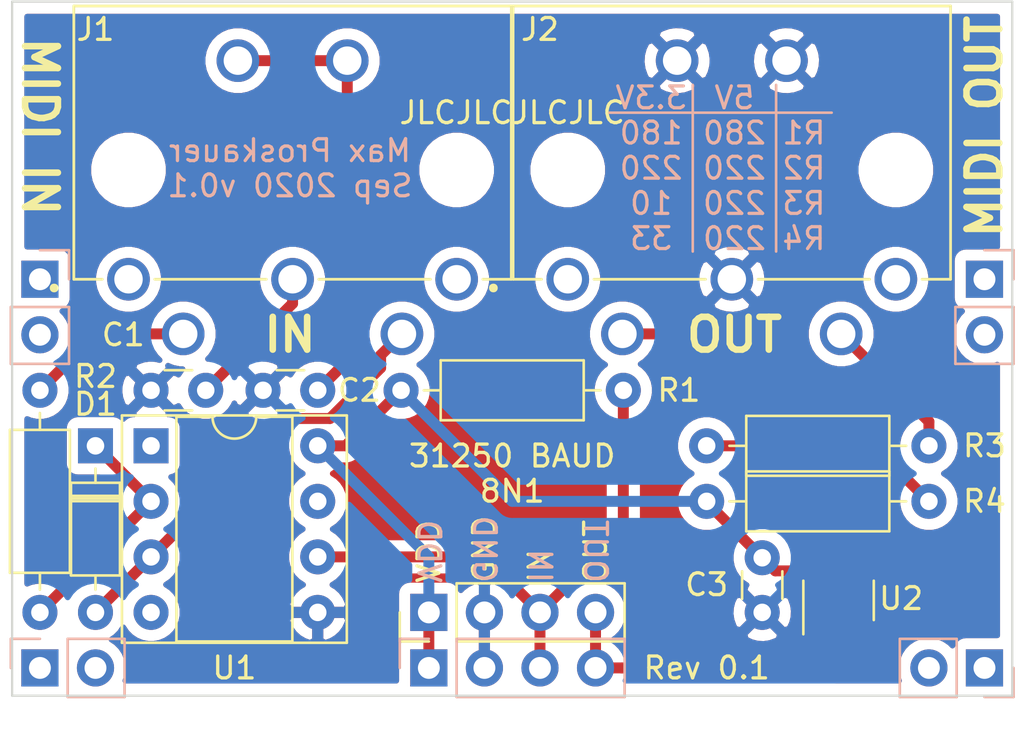
<source format=kicad_pcb>
(kicad_pcb (version 20171130) (host pcbnew "(5.1.5)-3")

  (general
    (thickness 1.6)
    (drawings 26)
    (tracks 45)
    (zones 0)
    (modules 18)
    (nets 20)
  )

  (page A4)
  (layers
    (0 F.Cu signal)
    (31 B.Cu signal)
    (32 B.Adhes user)
    (33 F.Adhes user)
    (34 B.Paste user)
    (35 F.Paste user)
    (36 B.SilkS user)
    (37 F.SilkS user)
    (38 B.Mask user)
    (39 F.Mask user)
    (40 Dwgs.User user)
    (41 Cmts.User user)
    (42 Eco1.User user)
    (43 Eco2.User user)
    (44 Edge.Cuts user)
    (45 Margin user)
    (46 B.CrtYd user)
    (47 F.CrtYd user)
    (48 B.Fab user)
    (49 F.Fab user)
  )

  (setup
    (last_trace_width 0.5)
    (trace_clearance 0.2)
    (zone_clearance 0.508)
    (zone_45_only no)
    (trace_min 0.2)
    (via_size 0.8)
    (via_drill 0.4)
    (via_min_size 0.4)
    (via_min_drill 0.3)
    (uvia_size 0.3)
    (uvia_drill 0.1)
    (uvias_allowed no)
    (uvia_min_size 0.2)
    (uvia_min_drill 0.1)
    (edge_width 0.05)
    (segment_width 0.2)
    (pcb_text_width 0.3)
    (pcb_text_size 1.5 1.5)
    (mod_edge_width 0.12)
    (mod_text_size 1 1)
    (mod_text_width 0.15)
    (pad_size 1.524 1.524)
    (pad_drill 0.762)
    (pad_to_mask_clearance 0.051)
    (solder_mask_min_width 0.25)
    (aux_axis_origin 0 0)
    (grid_origin 127 114.3)
    (visible_elements 7FFFFFFF)
    (pcbplotparams
      (layerselection 0x010fc_ffffffff)
      (usegerberextensions false)
      (usegerberattributes false)
      (usegerberadvancedattributes false)
      (creategerberjobfile false)
      (excludeedgelayer true)
      (linewidth 0.100000)
      (plotframeref false)
      (viasonmask false)
      (mode 1)
      (useauxorigin false)
      (hpglpennumber 1)
      (hpglpenspeed 20)
      (hpglpendiameter 15.000000)
      (psnegative false)
      (psa4output false)
      (plotreference true)
      (plotvalue true)
      (plotinvisibletext false)
      (padsonsilk false)
      (subtractmaskfromsilk false)
      (outputformat 1)
      (mirror false)
      (drillshape 0)
      (scaleselection 1)
      (outputdirectory "gerber/"))
  )

  (net 0 "")
  (net 1 GND)
  (net 2 "Net-(C1-Pad1)")
  (net 3 "Net-(C2-Pad1)")
  (net 4 +5V)
  (net 5 "Net-(D1-Pad2)")
  (net 6 "Net-(D1-Pad1)")
  (net 7 "Net-(J1-Pad3)")
  (net 8 "Net-(J1-Pad1)")
  (net 9 "Net-(J1-Pad4)")
  (net 10 "Net-(J2-Pad3)")
  (net 11 "Net-(J2-Pad5)")
  (net 12 "Net-(J2-Pad1)")
  (net 13 "Net-(J2-Pad4)")
  (net 14 /MIDI_OUT)
  (net 15 /MIDI_IN)
  (net 16 "Net-(R3-Pad2)")
  (net 17 "Net-(U1-Pad4)")
  (net 18 "Net-(U1-Pad7)")
  (net 19 "Net-(U1-Pad1)")

  (net_class Default "This is the default net class."
    (clearance 0.2)
    (trace_width 0.5)
    (via_dia 0.8)
    (via_drill 0.4)
    (uvia_dia 0.3)
    (uvia_drill 0.1)
    (add_net +5V)
    (add_net /MIDI_IN)
    (add_net /MIDI_OUT)
    (add_net GND)
    (add_net "Net-(C1-Pad1)")
    (add_net "Net-(C2-Pad1)")
    (add_net "Net-(D1-Pad1)")
    (add_net "Net-(D1-Pad2)")
    (add_net "Net-(J1-Pad1)")
    (add_net "Net-(J1-Pad3)")
    (add_net "Net-(J1-Pad4)")
    (add_net "Net-(J2-Pad1)")
    (add_net "Net-(J2-Pad3)")
    (add_net "Net-(J2-Pad4)")
    (add_net "Net-(J2-Pad5)")
    (add_net "Net-(R3-Pad2)")
    (add_net "Net-(U1-Pad1)")
    (add_net "Net-(U1-Pad4)")
    (add_net "Net-(U1-Pad7)")
  )

  (module Connector_PinHeader_2.54mm:PinHeader_1x04_P2.54mm_Vertical (layer F.Cu) (tedit 59FED5CC) (tstamp 5F587E1E)
    (at 144.78 111.76 90)
    (descr "Through hole straight pin header, 1x04, 2.54mm pitch, single row")
    (tags "Through hole pin header THT 1x04 2.54mm single row")
    (path /5F5B0486)
    (fp_text reference J4 (at 0 -2.33 90) (layer F.SilkS) hide
      (effects (font (size 1 1) (thickness 0.15)))
    )
    (fp_text value Conn_01x04 (at -6.35 3.81 180) (layer F.Fab) hide
      (effects (font (size 1 1) (thickness 0.15)))
    )
    (fp_text user %R (at 0 3.81) (layer F.Fab)
      (effects (font (size 1 1) (thickness 0.15)))
    )
    (fp_line (start 1.8 -1.8) (end -1.8 -1.8) (layer F.CrtYd) (width 0.05))
    (fp_line (start 1.8 9.4) (end 1.8 -1.8) (layer F.CrtYd) (width 0.05))
    (fp_line (start -1.8 9.4) (end 1.8 9.4) (layer F.CrtYd) (width 0.05))
    (fp_line (start -1.8 -1.8) (end -1.8 9.4) (layer F.CrtYd) (width 0.05))
    (fp_line (start -1.33 -1.33) (end 0 -1.33) (layer F.SilkS) (width 0.12))
    (fp_line (start -1.33 0) (end -1.33 -1.33) (layer F.SilkS) (width 0.12))
    (fp_line (start -1.33 1.27) (end 1.33 1.27) (layer F.SilkS) (width 0.12))
    (fp_line (start 1.33 1.27) (end 1.33 8.95) (layer F.SilkS) (width 0.12))
    (fp_line (start -1.33 1.27) (end -1.33 8.95) (layer F.SilkS) (width 0.12))
    (fp_line (start -1.33 8.95) (end 1.33 8.95) (layer F.SilkS) (width 0.12))
    (fp_line (start -1.27 -0.635) (end -0.635 -1.27) (layer F.Fab) (width 0.1))
    (fp_line (start -1.27 8.89) (end -1.27 -0.635) (layer F.Fab) (width 0.1))
    (fp_line (start 1.27 8.89) (end -1.27 8.89) (layer F.Fab) (width 0.1))
    (fp_line (start 1.27 -1.27) (end 1.27 8.89) (layer F.Fab) (width 0.1))
    (fp_line (start -0.635 -1.27) (end 1.27 -1.27) (layer F.Fab) (width 0.1))
    (pad 4 thru_hole oval (at 0 7.62 90) (size 1.7 1.7) (drill 1) (layers *.Cu *.Mask)
      (net 14 /MIDI_OUT))
    (pad 3 thru_hole oval (at 0 5.08 90) (size 1.7 1.7) (drill 1) (layers *.Cu *.Mask)
      (net 15 /MIDI_IN))
    (pad 2 thru_hole oval (at 0 2.54 90) (size 1.7 1.7) (drill 1) (layers *.Cu *.Mask)
      (net 1 GND))
    (pad 1 thru_hole rect (at 0 0 90) (size 1.7 1.7) (drill 1) (layers *.Cu *.Mask)
      (net 4 +5V))
    (model ${KISYS3DMOD}/Connector_PinHeader_2.54mm.3dshapes/PinHeader_1x04_P2.54mm_Vertical.wrl
      (at (xyz 0 0 0))
      (scale (xyz 1 1 1))
      (rotate (xyz 0 0 0))
    )
  )

  (module Diode_THT:D_DO-35_SOD27_P7.62mm_Horizontal (layer F.Cu) (tedit 5AE50CD5) (tstamp 5F58D5DC)
    (at 129.54 104.14 270)
    (descr "Diode, DO-35_SOD27 series, Axial, Horizontal, pin pitch=7.62mm, , length*diameter=4*2mm^2, , http://www.diodes.com/_files/packages/DO-35.pdf")
    (tags "Diode DO-35_SOD27 series Axial Horizontal pin pitch 7.62mm  length 4mm diameter 2mm")
    (path /5F5C3D77)
    (fp_text reference D1 (at -1.905 0 180) (layer F.SilkS)
      (effects (font (size 1 1) (thickness 0.15)))
    )
    (fp_text value 1N914 (at 3.81 0 90) (layer F.Fab)
      (effects (font (size 1 1) (thickness 0.15)))
    )
    (fp_text user K (at 0 -1.8 90) (layer F.SilkS) hide
      (effects (font (size 1 1) (thickness 0.15)))
    )
    (fp_text user K (at 3.81 0 90) (layer F.Fab)
      (effects (font (size 1 1) (thickness 0.15)))
    )
    (fp_text user %R (at 4.11 0 90) (layer F.Fab)
      (effects (font (size 0.8 0.8) (thickness 0.12)))
    )
    (fp_line (start 8.67 -1.25) (end -1.05 -1.25) (layer F.CrtYd) (width 0.05))
    (fp_line (start 8.67 1.25) (end 8.67 -1.25) (layer F.CrtYd) (width 0.05))
    (fp_line (start -1.05 1.25) (end 8.67 1.25) (layer F.CrtYd) (width 0.05))
    (fp_line (start -1.05 -1.25) (end -1.05 1.25) (layer F.CrtYd) (width 0.05))
    (fp_line (start 2.29 -1.12) (end 2.29 1.12) (layer F.SilkS) (width 0.12))
    (fp_line (start 2.53 -1.12) (end 2.53 1.12) (layer F.SilkS) (width 0.12))
    (fp_line (start 2.41 -1.12) (end 2.41 1.12) (layer F.SilkS) (width 0.12))
    (fp_line (start 6.58 0) (end 5.93 0) (layer F.SilkS) (width 0.12))
    (fp_line (start 1.04 0) (end 1.69 0) (layer F.SilkS) (width 0.12))
    (fp_line (start 5.93 -1.12) (end 1.69 -1.12) (layer F.SilkS) (width 0.12))
    (fp_line (start 5.93 1.12) (end 5.93 -1.12) (layer F.SilkS) (width 0.12))
    (fp_line (start 1.69 1.12) (end 5.93 1.12) (layer F.SilkS) (width 0.12))
    (fp_line (start 1.69 -1.12) (end 1.69 1.12) (layer F.SilkS) (width 0.12))
    (fp_line (start 2.31 -1) (end 2.31 1) (layer F.Fab) (width 0.1))
    (fp_line (start 2.51 -1) (end 2.51 1) (layer F.Fab) (width 0.1))
    (fp_line (start 2.41 -1) (end 2.41 1) (layer F.Fab) (width 0.1))
    (fp_line (start 7.62 0) (end 5.81 0) (layer F.Fab) (width 0.1))
    (fp_line (start 0 0) (end 1.81 0) (layer F.Fab) (width 0.1))
    (fp_line (start 5.81 -1) (end 1.81 -1) (layer F.Fab) (width 0.1))
    (fp_line (start 5.81 1) (end 5.81 -1) (layer F.Fab) (width 0.1))
    (fp_line (start 1.81 1) (end 5.81 1) (layer F.Fab) (width 0.1))
    (fp_line (start 1.81 -1) (end 1.81 1) (layer F.Fab) (width 0.1))
    (pad 2 thru_hole oval (at 7.62 0 270) (size 1.6 1.6) (drill 0.8) (layers *.Cu *.Mask)
      (net 5 "Net-(D1-Pad2)"))
    (pad 1 thru_hole rect (at 0 0 270) (size 1.6 1.6) (drill 0.8) (layers *.Cu *.Mask)
      (net 6 "Net-(D1-Pad1)"))
    (model ${KISYS3DMOD}/Diode_THT.3dshapes/D_DO-35_SOD27_P7.62mm_Horizontal.wrl
      (at (xyz 0 0 0))
      (scale (xyz 1 1 1))
      (rotate (xyz 0 0 0))
    )
  )

  (module Package_DIP:DIP-8_W7.62mm_Socket (layer F.Cu) (tedit 5A02E8C5) (tstamp 5F589CDF)
    (at 132.08 104.14)
    (descr "8-lead though-hole mounted DIP package, row spacing 7.62 mm (300 mils), Socket")
    (tags "THT DIP DIL PDIP 2.54mm 7.62mm 300mil Socket")
    (path /5F58E905)
    (fp_text reference U1 (at 3.81 10.16) (layer F.SilkS)
      (effects (font (size 1 1) (thickness 0.15)))
    )
    (fp_text value 6N138 (at 3.81 5.08) (layer F.Fab)
      (effects (font (size 1 1) (thickness 0.15)))
    )
    (fp_text user %R (at 3.81 3.81) (layer F.Fab)
      (effects (font (size 1 1) (thickness 0.15)))
    )
    (fp_line (start 9.15 -1.6) (end -1.55 -1.6) (layer F.CrtYd) (width 0.05))
    (fp_line (start 9.15 9.2) (end 9.15 -1.6) (layer F.CrtYd) (width 0.05))
    (fp_line (start -1.55 9.2) (end 9.15 9.2) (layer F.CrtYd) (width 0.05))
    (fp_line (start -1.55 -1.6) (end -1.55 9.2) (layer F.CrtYd) (width 0.05))
    (fp_line (start 8.95 -1.39) (end -1.33 -1.39) (layer F.SilkS) (width 0.12))
    (fp_line (start 8.95 9.01) (end 8.95 -1.39) (layer F.SilkS) (width 0.12))
    (fp_line (start -1.33 9.01) (end 8.95 9.01) (layer F.SilkS) (width 0.12))
    (fp_line (start -1.33 -1.39) (end -1.33 9.01) (layer F.SilkS) (width 0.12))
    (fp_line (start 6.46 -1.33) (end 4.81 -1.33) (layer F.SilkS) (width 0.12))
    (fp_line (start 6.46 8.95) (end 6.46 -1.33) (layer F.SilkS) (width 0.12))
    (fp_line (start 1.16 8.95) (end 6.46 8.95) (layer F.SilkS) (width 0.12))
    (fp_line (start 1.16 -1.33) (end 1.16 8.95) (layer F.SilkS) (width 0.12))
    (fp_line (start 2.81 -1.33) (end 1.16 -1.33) (layer F.SilkS) (width 0.12))
    (fp_line (start 8.89 -1.33) (end -1.27 -1.33) (layer F.Fab) (width 0.1))
    (fp_line (start 8.89 8.95) (end 8.89 -1.33) (layer F.Fab) (width 0.1))
    (fp_line (start -1.27 8.95) (end 8.89 8.95) (layer F.Fab) (width 0.1))
    (fp_line (start -1.27 -1.33) (end -1.27 8.95) (layer F.Fab) (width 0.1))
    (fp_line (start 0.635 -0.27) (end 1.635 -1.27) (layer F.Fab) (width 0.1))
    (fp_line (start 0.635 8.89) (end 0.635 -0.27) (layer F.Fab) (width 0.1))
    (fp_line (start 6.985 8.89) (end 0.635 8.89) (layer F.Fab) (width 0.1))
    (fp_line (start 6.985 -1.27) (end 6.985 8.89) (layer F.Fab) (width 0.1))
    (fp_line (start 1.635 -1.27) (end 6.985 -1.27) (layer F.Fab) (width 0.1))
    (fp_arc (start 3.81 -1.33) (end 2.81 -1.33) (angle -180) (layer F.SilkS) (width 0.12))
    (pad 8 thru_hole oval (at 7.62 0) (size 1.6 1.6) (drill 0.8) (layers *.Cu *.Mask)
      (net 4 +5V))
    (pad 4 thru_hole oval (at 0 7.62) (size 1.6 1.6) (drill 0.8) (layers *.Cu *.Mask)
      (net 17 "Net-(U1-Pad4)"))
    (pad 7 thru_hole oval (at 7.62 2.54) (size 1.6 1.6) (drill 0.8) (layers *.Cu *.Mask)
      (net 18 "Net-(U1-Pad7)"))
    (pad 3 thru_hole oval (at 0 5.08) (size 1.6 1.6) (drill 0.8) (layers *.Cu *.Mask)
      (net 5 "Net-(D1-Pad2)"))
    (pad 6 thru_hole oval (at 7.62 5.08) (size 1.6 1.6) (drill 0.8) (layers *.Cu *.Mask)
      (net 15 /MIDI_IN))
    (pad 2 thru_hole oval (at 0 2.54) (size 1.6 1.6) (drill 0.8) (layers *.Cu *.Mask)
      (net 6 "Net-(D1-Pad1)"))
    (pad 5 thru_hole oval (at 7.62 7.62) (size 1.6 1.6) (drill 0.8) (layers *.Cu *.Mask)
      (net 1 GND))
    (pad 1 thru_hole rect (at 0 0) (size 1.6 1.6) (drill 0.8) (layers *.Cu *.Mask)
      (net 19 "Net-(U1-Pad1)"))
    (model ${KISYS3DMOD}/Package_DIP.3dshapes/DIP-8_W7.62mm_Socket.wrl
      (at (xyz 0 0 0))
      (scale (xyz 1 1 1))
      (rotate (xyz 0 0 0))
    )
  )

  (module Connector_PinHeader_2.54mm:PinHeader_1x02_P2.54mm_Vertical (layer B.Cu) (tedit 59FED5CC) (tstamp 5F589215)
    (at 127 114.3 270)
    (descr "Through hole straight pin header, 1x02, 2.54mm pitch, single row")
    (tags "Through hole pin header THT 1x02 2.54mm single row")
    (fp_text reference REF** (at 0 2.33 90) (layer B.SilkS) hide
      (effects (font (size 1 1) (thickness 0.15)) (justify mirror))
    )
    (fp_text value " " (at 0 -4.87 90) (layer B.Fab)
      (effects (font (size 1 1) (thickness 0.15)) (justify mirror))
    )
    (fp_text user %R (at 0 -2.54 180) (layer B.Fab)
      (effects (font (size 1 1) (thickness 0.15)) (justify mirror))
    )
    (fp_line (start 1.8 1.8) (end -1.8 1.8) (layer B.CrtYd) (width 0.05))
    (fp_line (start 1.8 -4.35) (end 1.8 1.8) (layer B.CrtYd) (width 0.05))
    (fp_line (start -1.8 -4.35) (end 1.8 -4.35) (layer B.CrtYd) (width 0.05))
    (fp_line (start -1.8 1.8) (end -1.8 -4.35) (layer B.CrtYd) (width 0.05))
    (fp_line (start -1.33 1.33) (end 0 1.33) (layer B.SilkS) (width 0.12))
    (fp_line (start -1.33 0) (end -1.33 1.33) (layer B.SilkS) (width 0.12))
    (fp_line (start -1.33 -1.27) (end 1.33 -1.27) (layer B.SilkS) (width 0.12))
    (fp_line (start 1.33 -1.27) (end 1.33 -3.87) (layer B.SilkS) (width 0.12))
    (fp_line (start -1.33 -1.27) (end -1.33 -3.87) (layer B.SilkS) (width 0.12))
    (fp_line (start -1.33 -3.87) (end 1.33 -3.87) (layer B.SilkS) (width 0.12))
    (fp_line (start -1.27 0.635) (end -0.635 1.27) (layer B.Fab) (width 0.1))
    (fp_line (start -1.27 -3.81) (end -1.27 0.635) (layer B.Fab) (width 0.1))
    (fp_line (start 1.27 -3.81) (end -1.27 -3.81) (layer B.Fab) (width 0.1))
    (fp_line (start 1.27 1.27) (end 1.27 -3.81) (layer B.Fab) (width 0.1))
    (fp_line (start -0.635 1.27) (end 1.27 1.27) (layer B.Fab) (width 0.1))
    (pad 2 thru_hole oval (at 0 -2.54 270) (size 1.7 1.7) (drill 1) (layers *.Cu *.Mask))
    (pad 1 thru_hole rect (at 0 0 270) (size 1.7 1.7) (drill 1) (layers *.Cu *.Mask))
    (model ${KISYS3DMOD}/Connector_PinHeader_2.54mm.3dshapes/PinHeader_1x02_P2.54mm_Vertical.wrl
      (at (xyz 0 0 0))
      (scale (xyz 1 1 1))
      (rotate (xyz 0 0 0))
    )
  )

  (module Connector_PinHeader_2.54mm:PinHeader_1x02_P2.54mm_Vertical (layer B.Cu) (tedit 59FED5CC) (tstamp 5F588D4F)
    (at 127 96.52 180)
    (descr "Through hole straight pin header, 1x02, 2.54mm pitch, single row")
    (tags "Through hole pin header THT 1x02 2.54mm single row")
    (fp_text reference REF** (at 3.81 -1.27 90) (layer B.SilkS) hide
      (effects (font (size 1 1) (thickness 0.15)) (justify mirror))
    )
    (fp_text value " " (at 1.27 -4.87) (layer B.Fab)
      (effects (font (size 1 1) (thickness 0.15)) (justify mirror))
    )
    (fp_line (start -0.635 1.27) (end 1.27 1.27) (layer B.Fab) (width 0.1))
    (fp_line (start 1.27 1.27) (end 1.27 -3.81) (layer B.Fab) (width 0.1))
    (fp_line (start 1.27 -3.81) (end -1.27 -3.81) (layer B.Fab) (width 0.1))
    (fp_line (start -1.27 -3.81) (end -1.27 0.635) (layer B.Fab) (width 0.1))
    (fp_line (start -1.27 0.635) (end -0.635 1.27) (layer B.Fab) (width 0.1))
    (fp_line (start -1.33 -3.87) (end 1.33 -3.87) (layer B.SilkS) (width 0.12))
    (fp_line (start -1.33 -1.27) (end -1.33 -3.87) (layer B.SilkS) (width 0.12))
    (fp_line (start 1.33 -1.27) (end 1.33 -3.87) (layer B.SilkS) (width 0.12))
    (fp_line (start -1.33 -1.27) (end 1.33 -1.27) (layer B.SilkS) (width 0.12))
    (fp_line (start -1.33 0) (end -1.33 1.33) (layer B.SilkS) (width 0.12))
    (fp_line (start -1.33 1.33) (end 0 1.33) (layer B.SilkS) (width 0.12))
    (fp_line (start -1.8 1.8) (end -1.8 -4.35) (layer B.CrtYd) (width 0.05))
    (fp_line (start -1.8 -4.35) (end 1.8 -4.35) (layer B.CrtYd) (width 0.05))
    (fp_line (start 1.8 -4.35) (end 1.8 1.8) (layer B.CrtYd) (width 0.05))
    (fp_line (start 1.8 1.8) (end -1.8 1.8) (layer B.CrtYd) (width 0.05))
    (fp_text user %R (at 0 -1.27 270) (layer B.Fab)
      (effects (font (size 1 1) (thickness 0.15)) (justify mirror))
    )
    (pad 1 thru_hole rect (at 0 0 180) (size 1.7 1.7) (drill 1) (layers *.Cu *.Mask))
    (pad 2 thru_hole oval (at 0 -2.54 180) (size 1.7 1.7) (drill 1) (layers *.Cu *.Mask))
    (model ${KISYS3DMOD}/Connector_PinHeader_2.54mm.3dshapes/PinHeader_1x02_P2.54mm_Vertical.wrl
      (at (xyz 0 0 0))
      (scale (xyz 1 1 1))
      (rotate (xyz 0 0 0))
    )
  )

  (module breadboard_midi:CUI_SDS-50J (layer F.Cu) (tedit 5F57E507) (tstamp 5F587DEE)
    (at 158.63 96.52 180)
    (path /5F5E20A2)
    (fp_text reference J2 (at 8.77 11.43) (layer F.SilkS)
      (effects (font (size 1 1) (thickness 0.15)))
    )
    (fp_text value "MIDI OUT" (at -0.12 11.43) (layer F.Fab)
      (effects (font (size 1.001465 1.001465) (thickness 0.015)))
    )
    (fp_line (start 10 0) (end -10 0) (layer F.Fab) (width 0.127))
    (fp_line (start 10 12.5) (end 10 0) (layer F.Fab) (width 0.127))
    (fp_line (start -10 12.5) (end 10 12.5) (layer F.Fab) (width 0.127))
    (fp_line (start -10 0) (end -10 12.5) (layer F.Fab) (width 0.127))
    (fp_line (start 10 0) (end 8.7 0) (layer F.SilkS) (width 0.127))
    (fp_line (start 1.2 0) (end 6.3 0) (layer F.SilkS) (width 0.127))
    (fp_line (start -6.3 0) (end -1.2 0) (layer F.SilkS) (width 0.127))
    (fp_line (start -10 0) (end -8.7 0) (layer F.SilkS) (width 0.127))
    (fp_circle (center 10.9 -0.4) (end 11 -0.4) (layer F.Fab) (width 0.2))
    (fp_circle (center 10.9 -0.4) (end 11 -0.4) (layer F.SilkS) (width 0.2))
    (fp_line (start 10.25 12.75) (end -10.25 12.75) (layer F.CrtYd) (width 0.05))
    (fp_line (start 10.25 -3.75) (end 10.25 12.75) (layer F.CrtYd) (width 0.05))
    (fp_line (start -10.25 -3.75) (end 10.25 -3.75) (layer F.CrtYd) (width 0.05))
    (fp_line (start -10.25 12.75) (end -10.25 -3.75) (layer F.CrtYd) (width 0.05))
    (fp_line (start 10 12.5) (end 10 0) (layer F.SilkS) (width 0.127))
    (fp_line (start -10 12.5) (end 10 12.5) (layer F.SilkS) (width 0.127))
    (fp_line (start -10 0) (end -10 12.5) (layer F.SilkS) (width 0.127))
    (pad None np_thru_hole circle (at 7.5 5 180) (size 2.4 2.4) (drill 2.4) (layers *.Cu *.Mask))
    (pad None np_thru_hole circle (at -7.5 5 180) (size 2.4 2.4) (drill 2.4) (layers *.Cu *.Mask))
    (pad S2 thru_hole circle (at 2.5 10 180) (size 1.95 1.95) (drill 1.3) (layers *.Cu *.Mask)
      (net 1 GND))
    (pad S1 thru_hole circle (at -2.5 10 180) (size 1.95 1.95) (drill 1.3) (layers *.Cu *.Mask)
      (net 1 GND))
    (pad 3 thru_hole circle (at -7.5 0 180) (size 1.95 1.95) (drill 1.3) (layers *.Cu *.Mask)
      (net 10 "Net-(J2-Pad3)"))
    (pad 5 thru_hole circle (at -5 -2.5 180) (size 1.95 1.95) (drill 1.3) (layers *.Cu *.Mask)
      (net 11 "Net-(J2-Pad5)"))
    (pad 1 thru_hole circle (at 7.5 0 180) (size 1.95 1.95) (drill 1.3) (layers *.Cu *.Mask)
      (net 12 "Net-(J2-Pad1)"))
    (pad 4 thru_hole circle (at 5 -2.5 180) (size 1.95 1.95) (drill 1.3) (layers *.Cu *.Mask)
      (net 13 "Net-(J2-Pad4)"))
    (pad 2 thru_hole circle (at 0 0 180) (size 1.95 1.95) (drill 1.3) (layers *.Cu *.Mask)
      (net 1 GND))
  )

  (module Connector_PinHeader_2.54mm:PinHeader_1x02_P2.54mm_Vertical (layer B.Cu) (tedit 59FED5CC) (tstamp 5F588205)
    (at 170.18 114.3 90)
    (descr "Through hole straight pin header, 1x02, 2.54mm pitch, single row")
    (tags "Through hole pin header THT 1x02 2.54mm single row")
    (fp_text reference REF** (at 0 2.33 90) (layer B.SilkS) hide
      (effects (font (size 1 1) (thickness 0.15)) (justify mirror))
    )
    (fp_text value " " (at 0 -4.87 90) (layer B.Fab)
      (effects (font (size 1 1) (thickness 0.15)) (justify mirror))
    )
    (fp_line (start -0.635 1.27) (end 1.27 1.27) (layer B.Fab) (width 0.1))
    (fp_line (start 1.27 1.27) (end 1.27 -3.81) (layer B.Fab) (width 0.1))
    (fp_line (start 1.27 -3.81) (end -1.27 -3.81) (layer B.Fab) (width 0.1))
    (fp_line (start -1.27 -3.81) (end -1.27 0.635) (layer B.Fab) (width 0.1))
    (fp_line (start -1.27 0.635) (end -0.635 1.27) (layer B.Fab) (width 0.1))
    (fp_line (start -1.33 -3.87) (end 1.33 -3.87) (layer B.SilkS) (width 0.12))
    (fp_line (start -1.33 -1.27) (end -1.33 -3.87) (layer B.SilkS) (width 0.12))
    (fp_line (start 1.33 -1.27) (end 1.33 -3.87) (layer B.SilkS) (width 0.12))
    (fp_line (start -1.33 -1.27) (end 1.33 -1.27) (layer B.SilkS) (width 0.12))
    (fp_line (start -1.33 0) (end -1.33 1.33) (layer B.SilkS) (width 0.12))
    (fp_line (start -1.33 1.33) (end 0 1.33) (layer B.SilkS) (width 0.12))
    (fp_line (start -1.8 1.8) (end -1.8 -4.35) (layer B.CrtYd) (width 0.05))
    (fp_line (start -1.8 -4.35) (end 1.8 -4.35) (layer B.CrtYd) (width 0.05))
    (fp_line (start 1.8 -4.35) (end 1.8 1.8) (layer B.CrtYd) (width 0.05))
    (fp_line (start 1.8 1.8) (end -1.8 1.8) (layer B.CrtYd) (width 0.05))
    (fp_text user %R (at 0 -2.54 180) (layer B.Fab)
      (effects (font (size 1 1) (thickness 0.15)) (justify mirror))
    )
    (pad 1 thru_hole rect (at 0 0 90) (size 1.7 1.7) (drill 1) (layers *.Cu *.Mask))
    (pad 2 thru_hole oval (at 0 -2.54 90) (size 1.7 1.7) (drill 1) (layers *.Cu *.Mask))
    (model ${KISYS3DMOD}/Connector_PinHeader_2.54mm.3dshapes/PinHeader_1x02_P2.54mm_Vertical.wrl
      (at (xyz 0 0 0))
      (scale (xyz 1 1 1))
      (rotate (xyz 0 0 0))
    )
  )

  (module Connector_PinHeader_2.54mm:PinHeader_1x02_P2.54mm_Vertical (layer B.Cu) (tedit 59FED5CC) (tstamp 5F5881AE)
    (at 170.18 96.52 180)
    (descr "Through hole straight pin header, 1x02, 2.54mm pitch, single row")
    (tags "Through hole pin header THT 1x02 2.54mm single row")
    (fp_text reference REF** (at -3.81 -1.27 90) (layer B.SilkS) hide
      (effects (font (size 1 1) (thickness 0.15)) (justify mirror))
    )
    (fp_text value " " (at 0 -4.87) (layer B.Fab)
      (effects (font (size 1 1) (thickness 0.15)) (justify mirror))
    )
    (fp_text user %R (at 0 -1.27 270) (layer B.Fab)
      (effects (font (size 1 1) (thickness 0.15)) (justify mirror))
    )
    (fp_line (start 1.8 1.8) (end -1.8 1.8) (layer B.CrtYd) (width 0.05))
    (fp_line (start 1.8 -4.35) (end 1.8 1.8) (layer B.CrtYd) (width 0.05))
    (fp_line (start -1.8 -4.35) (end 1.8 -4.35) (layer B.CrtYd) (width 0.05))
    (fp_line (start -1.8 1.8) (end -1.8 -4.35) (layer B.CrtYd) (width 0.05))
    (fp_line (start -1.33 1.33) (end 0 1.33) (layer B.SilkS) (width 0.12))
    (fp_line (start -1.33 0) (end -1.33 1.33) (layer B.SilkS) (width 0.12))
    (fp_line (start -1.33 -1.27) (end 1.33 -1.27) (layer B.SilkS) (width 0.12))
    (fp_line (start 1.33 -1.27) (end 1.33 -3.87) (layer B.SilkS) (width 0.12))
    (fp_line (start -1.33 -1.27) (end -1.33 -3.87) (layer B.SilkS) (width 0.12))
    (fp_line (start -1.33 -3.87) (end 1.33 -3.87) (layer B.SilkS) (width 0.12))
    (fp_line (start -1.27 0.635) (end -0.635 1.27) (layer B.Fab) (width 0.1))
    (fp_line (start -1.27 -3.81) (end -1.27 0.635) (layer B.Fab) (width 0.1))
    (fp_line (start 1.27 -3.81) (end -1.27 -3.81) (layer B.Fab) (width 0.1))
    (fp_line (start 1.27 1.27) (end 1.27 -3.81) (layer B.Fab) (width 0.1))
    (fp_line (start -0.635 1.27) (end 1.27 1.27) (layer B.Fab) (width 0.1))
    (pad 2 thru_hole oval (at 0 -2.54 180) (size 1.7 1.7) (drill 1) (layers *.Cu *.Mask))
    (pad 1 thru_hole rect (at 0 0 180) (size 1.7 1.7) (drill 1) (layers *.Cu *.Mask))
    (model ${KISYS3DMOD}/Connector_PinHeader_2.54mm.3dshapes/PinHeader_1x02_P2.54mm_Vertical.wrl
      (at (xyz 0 0 0))
      (scale (xyz 1 1 1))
      (rotate (xyz 0 0 0))
    )
  )

  (module Package_TO_SOT_SMD:SOT-23-5_HandSoldering (layer F.Cu) (tedit 5A0AB76C) (tstamp 5F587EB3)
    (at 163.51 111.21 90)
    (descr "5-pin SOT23 package")
    (tags "SOT-23-5 hand-soldering")
    (path /5F58FEA0)
    (attr smd)
    (fp_text reference U2 (at 0.085 2.86 180) (layer F.SilkS)
      (effects (font (size 1 1) (thickness 0.15)))
    )
    (fp_text value 74LVC1G125 (at -5.63 -0.95 180) (layer F.Fab)
      (effects (font (size 1 1) (thickness 0.15)))
    )
    (fp_line (start 2.38 1.8) (end -2.38 1.8) (layer F.CrtYd) (width 0.05))
    (fp_line (start 2.38 1.8) (end 2.38 -1.8) (layer F.CrtYd) (width 0.05))
    (fp_line (start -2.38 -1.8) (end -2.38 1.8) (layer F.CrtYd) (width 0.05))
    (fp_line (start -2.38 -1.8) (end 2.38 -1.8) (layer F.CrtYd) (width 0.05))
    (fp_line (start 0.9 -1.55) (end 0.9 1.55) (layer F.Fab) (width 0.1))
    (fp_line (start 0.9 1.55) (end -0.9 1.55) (layer F.Fab) (width 0.1))
    (fp_line (start -0.9 -0.9) (end -0.9 1.55) (layer F.Fab) (width 0.1))
    (fp_line (start 0.9 -1.55) (end -0.25 -1.55) (layer F.Fab) (width 0.1))
    (fp_line (start -0.9 -0.9) (end -0.25 -1.55) (layer F.Fab) (width 0.1))
    (fp_line (start 0.9 -1.61) (end -1.55 -1.61) (layer F.SilkS) (width 0.12))
    (fp_line (start -0.9 1.61) (end 0.9 1.61) (layer F.SilkS) (width 0.12))
    (fp_text user %R (at 0 0) (layer F.Fab)
      (effects (font (size 0.5 0.5) (thickness 0.075)))
    )
    (pad 5 smd rect (at 1.35 -0.95 90) (size 1.56 0.65) (layers F.Cu F.Paste F.Mask)
      (net 4 +5V))
    (pad 4 smd rect (at 1.35 0.95 90) (size 1.56 0.65) (layers F.Cu F.Paste F.Mask)
      (net 16 "Net-(R3-Pad2)"))
    (pad 3 smd rect (at -1.35 0.95 90) (size 1.56 0.65) (layers F.Cu F.Paste F.Mask)
      (net 1 GND))
    (pad 2 smd rect (at -1.35 0 90) (size 1.56 0.65) (layers F.Cu F.Paste F.Mask)
      (net 14 /MIDI_OUT))
    (pad 1 smd rect (at -1.35 -0.95 90) (size 1.56 0.65) (layers F.Cu F.Paste F.Mask)
      (net 1 GND))
    (model ${KISYS3DMOD}/Package_TO_SOT_SMD.3dshapes/SOT-23-5.wrl
      (at (xyz 0 0 0))
      (scale (xyz 1 1 1))
      (rotate (xyz 0 0 0))
    )
  )

  (module Resistor_THT:R_Axial_DIN0207_L6.3mm_D2.5mm_P10.16mm_Horizontal (layer F.Cu) (tedit 5AE5139B) (tstamp 5F58A183)
    (at 157.48 106.68)
    (descr "Resistor, Axial_DIN0207 series, Axial, Horizontal, pin pitch=10.16mm, 0.25W = 1/4W, length*diameter=6.3*2.5mm^2, http://cdn-reichelt.de/documents/datenblatt/B400/1_4W%23YAG.pdf")
    (tags "Resistor Axial_DIN0207 series Axial Horizontal pin pitch 10.16mm 0.25W = 1/4W length 6.3mm diameter 2.5mm")
    (path /5F57EC39)
    (fp_text reference R4 (at 12.7 0) (layer F.SilkS)
      (effects (font (size 1 1) (thickness 0.15)))
    )
    (fp_text value 220 (at 5.08 0) (layer F.Fab)
      (effects (font (size 1 1) (thickness 0.15)))
    )
    (fp_text user %R (at 5.08 0) (layer F.Fab)
      (effects (font (size 1 1) (thickness 0.15)))
    )
    (fp_line (start 11.21 -1.5) (end -1.05 -1.5) (layer F.CrtYd) (width 0.05))
    (fp_line (start 11.21 1.5) (end 11.21 -1.5) (layer F.CrtYd) (width 0.05))
    (fp_line (start -1.05 1.5) (end 11.21 1.5) (layer F.CrtYd) (width 0.05))
    (fp_line (start -1.05 -1.5) (end -1.05 1.5) (layer F.CrtYd) (width 0.05))
    (fp_line (start 9.12 0) (end 8.35 0) (layer F.SilkS) (width 0.12))
    (fp_line (start 1.04 0) (end 1.81 0) (layer F.SilkS) (width 0.12))
    (fp_line (start 8.35 -1.37) (end 1.81 -1.37) (layer F.SilkS) (width 0.12))
    (fp_line (start 8.35 1.37) (end 8.35 -1.37) (layer F.SilkS) (width 0.12))
    (fp_line (start 1.81 1.37) (end 8.35 1.37) (layer F.SilkS) (width 0.12))
    (fp_line (start 1.81 -1.37) (end 1.81 1.37) (layer F.SilkS) (width 0.12))
    (fp_line (start 10.16 0) (end 8.23 0) (layer F.Fab) (width 0.1))
    (fp_line (start 0 0) (end 1.93 0) (layer F.Fab) (width 0.1))
    (fp_line (start 8.23 -1.25) (end 1.93 -1.25) (layer F.Fab) (width 0.1))
    (fp_line (start 8.23 1.25) (end 8.23 -1.25) (layer F.Fab) (width 0.1))
    (fp_line (start 1.93 1.25) (end 8.23 1.25) (layer F.Fab) (width 0.1))
    (fp_line (start 1.93 -1.25) (end 1.93 1.25) (layer F.Fab) (width 0.1))
    (pad 2 thru_hole oval (at 10.16 0) (size 1.6 1.6) (drill 0.8) (layers *.Cu *.Mask)
      (net 13 "Net-(J2-Pad4)"))
    (pad 1 thru_hole circle (at 0 0) (size 1.6 1.6) (drill 0.8) (layers *.Cu *.Mask)
      (net 4 +5V))
    (model ${KISYS3DMOD}/Resistor_THT.3dshapes/R_Axial_DIN0207_L6.3mm_D2.5mm_P10.16mm_Horizontal.wrl
      (at (xyz 0 0 0))
      (scale (xyz 1 1 1))
      (rotate (xyz 0 0 0))
    )
  )

  (module Resistor_THT:R_Axial_DIN0207_L6.3mm_D2.5mm_P10.16mm_Horizontal (layer F.Cu) (tedit 5AE5139B) (tstamp 5F58A141)
    (at 167.64 104.14 180)
    (descr "Resistor, Axial_DIN0207 series, Axial, Horizontal, pin pitch=10.16mm, 0.25W = 1/4W, length*diameter=6.3*2.5mm^2, http://cdn-reichelt.de/documents/datenblatt/B400/1_4W%23YAG.pdf")
    (tags "Resistor Axial_DIN0207 series Axial Horizontal pin pitch 10.16mm 0.25W = 1/4W length 6.3mm diameter 2.5mm")
    (path /5F58D680)
    (fp_text reference R3 (at -2.54 0) (layer F.SilkS)
      (effects (font (size 1 1) (thickness 0.15)))
    )
    (fp_text value 220 (at 5.08 0) (layer F.Fab)
      (effects (font (size 1 1) (thickness 0.15)))
    )
    (fp_text user %R (at 5.08 0) (layer F.Fab)
      (effects (font (size 1 1) (thickness 0.15)))
    )
    (fp_line (start 11.21 -1.5) (end -1.05 -1.5) (layer F.CrtYd) (width 0.05))
    (fp_line (start 11.21 1.5) (end 11.21 -1.5) (layer F.CrtYd) (width 0.05))
    (fp_line (start -1.05 1.5) (end 11.21 1.5) (layer F.CrtYd) (width 0.05))
    (fp_line (start -1.05 -1.5) (end -1.05 1.5) (layer F.CrtYd) (width 0.05))
    (fp_line (start 9.12 0) (end 8.35 0) (layer F.SilkS) (width 0.12))
    (fp_line (start 1.04 0) (end 1.81 0) (layer F.SilkS) (width 0.12))
    (fp_line (start 8.35 -1.37) (end 1.81 -1.37) (layer F.SilkS) (width 0.12))
    (fp_line (start 8.35 1.37) (end 8.35 -1.37) (layer F.SilkS) (width 0.12))
    (fp_line (start 1.81 1.37) (end 8.35 1.37) (layer F.SilkS) (width 0.12))
    (fp_line (start 1.81 -1.37) (end 1.81 1.37) (layer F.SilkS) (width 0.12))
    (fp_line (start 10.16 0) (end 8.23 0) (layer F.Fab) (width 0.1))
    (fp_line (start 0 0) (end 1.93 0) (layer F.Fab) (width 0.1))
    (fp_line (start 8.23 -1.25) (end 1.93 -1.25) (layer F.Fab) (width 0.1))
    (fp_line (start 8.23 1.25) (end 8.23 -1.25) (layer F.Fab) (width 0.1))
    (fp_line (start 1.93 1.25) (end 8.23 1.25) (layer F.Fab) (width 0.1))
    (fp_line (start 1.93 -1.25) (end 1.93 1.25) (layer F.Fab) (width 0.1))
    (pad 2 thru_hole oval (at 10.16 0 180) (size 1.6 1.6) (drill 0.8) (layers *.Cu *.Mask)
      (net 16 "Net-(R3-Pad2)"))
    (pad 1 thru_hole circle (at 0 0 180) (size 1.6 1.6) (drill 0.8) (layers *.Cu *.Mask)
      (net 11 "Net-(J2-Pad5)"))
    (model ${KISYS3DMOD}/Resistor_THT.3dshapes/R_Axial_DIN0207_L6.3mm_D2.5mm_P10.16mm_Horizontal.wrl
      (at (xyz 0 0 0))
      (scale (xyz 1 1 1))
      (rotate (xyz 0 0 0))
    )
  )

  (module Resistor_THT:R_Axial_DIN0207_L6.3mm_D2.5mm_P10.16mm_Horizontal (layer F.Cu) (tedit 5AE5139B) (tstamp 5F587E4C)
    (at 127 111.76 90)
    (descr "Resistor, Axial_DIN0207 series, Axial, Horizontal, pin pitch=10.16mm, 0.25W = 1/4W, length*diameter=6.3*2.5mm^2, http://cdn-reichelt.de/documents/datenblatt/B400/1_4W%23YAG.pdf")
    (tags "Resistor Axial_DIN0207 series Axial Horizontal pin pitch 10.16mm 0.25W = 1/4W length 6.3mm diameter 2.5mm")
    (path /5F5BC19B)
    (fp_text reference R2 (at 10.795 2.54) (layer F.SilkS)
      (effects (font (size 1 1) (thickness 0.15)))
    )
    (fp_text value 220 (at 5.08 0 90) (layer F.Fab)
      (effects (font (size 1 1) (thickness 0.15)))
    )
    (fp_text user %R (at 5.08 0 90) (layer F.Fab)
      (effects (font (size 1 1) (thickness 0.15)))
    )
    (fp_line (start 11.21 -1.5) (end -1.05 -1.5) (layer F.CrtYd) (width 0.05))
    (fp_line (start 11.21 1.5) (end 11.21 -1.5) (layer F.CrtYd) (width 0.05))
    (fp_line (start -1.05 1.5) (end 11.21 1.5) (layer F.CrtYd) (width 0.05))
    (fp_line (start -1.05 -1.5) (end -1.05 1.5) (layer F.CrtYd) (width 0.05))
    (fp_line (start 9.12 0) (end 8.35 0) (layer F.SilkS) (width 0.12))
    (fp_line (start 1.04 0) (end 1.81 0) (layer F.SilkS) (width 0.12))
    (fp_line (start 8.35 -1.37) (end 1.81 -1.37) (layer F.SilkS) (width 0.12))
    (fp_line (start 8.35 1.37) (end 8.35 -1.37) (layer F.SilkS) (width 0.12))
    (fp_line (start 1.81 1.37) (end 8.35 1.37) (layer F.SilkS) (width 0.12))
    (fp_line (start 1.81 -1.37) (end 1.81 1.37) (layer F.SilkS) (width 0.12))
    (fp_line (start 10.16 0) (end 8.23 0) (layer F.Fab) (width 0.1))
    (fp_line (start 0 0) (end 1.93 0) (layer F.Fab) (width 0.1))
    (fp_line (start 8.23 -1.25) (end 1.93 -1.25) (layer F.Fab) (width 0.1))
    (fp_line (start 8.23 1.25) (end 8.23 -1.25) (layer F.Fab) (width 0.1))
    (fp_line (start 1.93 1.25) (end 8.23 1.25) (layer F.Fab) (width 0.1))
    (fp_line (start 1.93 -1.25) (end 1.93 1.25) (layer F.Fab) (width 0.1))
    (pad 2 thru_hole oval (at 10.16 0 90) (size 1.6 1.6) (drill 0.8) (layers *.Cu *.Mask)
      (net 9 "Net-(J1-Pad4)"))
    (pad 1 thru_hole circle (at 0 0 90) (size 1.6 1.6) (drill 0.8) (layers *.Cu *.Mask)
      (net 6 "Net-(D1-Pad1)"))
    (model ${KISYS3DMOD}/Resistor_THT.3dshapes/R_Axial_DIN0207_L6.3mm_D2.5mm_P10.16mm_Horizontal.wrl
      (at (xyz 0 0 0))
      (scale (xyz 1 1 1))
      (rotate (xyz 0 0 0))
    )
  )

  (module Resistor_THT:R_Axial_DIN0207_L6.3mm_D2.5mm_P10.16mm_Horizontal (layer F.Cu) (tedit 5AE5139B) (tstamp 5F587E35)
    (at 143.51 101.6)
    (descr "Resistor, Axial_DIN0207 series, Axial, Horizontal, pin pitch=10.16mm, 0.25W = 1/4W, length*diameter=6.3*2.5mm^2, http://cdn-reichelt.de/documents/datenblatt/B400/1_4W%23YAG.pdf")
    (tags "Resistor Axial_DIN0207 series Axial Horizontal pin pitch 10.16mm 0.25W = 1/4W length 6.3mm diameter 2.5mm")
    (path /5F59F496)
    (fp_text reference R1 (at 12.7 0) (layer F.SilkS)
      (effects (font (size 1 1) (thickness 0.15)))
    )
    (fp_text value 280 (at 5.08 0) (layer F.Fab)
      (effects (font (size 1 1) (thickness 0.15)))
    )
    (fp_text user %R (at 5.08 0) (layer F.Fab)
      (effects (font (size 1 1) (thickness 0.15)))
    )
    (fp_line (start 11.21 -1.5) (end -1.05 -1.5) (layer F.CrtYd) (width 0.05))
    (fp_line (start 11.21 1.5) (end 11.21 -1.5) (layer F.CrtYd) (width 0.05))
    (fp_line (start -1.05 1.5) (end 11.21 1.5) (layer F.CrtYd) (width 0.05))
    (fp_line (start -1.05 -1.5) (end -1.05 1.5) (layer F.CrtYd) (width 0.05))
    (fp_line (start 9.12 0) (end 8.35 0) (layer F.SilkS) (width 0.12))
    (fp_line (start 1.04 0) (end 1.81 0) (layer F.SilkS) (width 0.12))
    (fp_line (start 8.35 -1.37) (end 1.81 -1.37) (layer F.SilkS) (width 0.12))
    (fp_line (start 8.35 1.37) (end 8.35 -1.37) (layer F.SilkS) (width 0.12))
    (fp_line (start 1.81 1.37) (end 8.35 1.37) (layer F.SilkS) (width 0.12))
    (fp_line (start 1.81 -1.37) (end 1.81 1.37) (layer F.SilkS) (width 0.12))
    (fp_line (start 10.16 0) (end 8.23 0) (layer F.Fab) (width 0.1))
    (fp_line (start 0 0) (end 1.93 0) (layer F.Fab) (width 0.1))
    (fp_line (start 8.23 -1.25) (end 1.93 -1.25) (layer F.Fab) (width 0.1))
    (fp_line (start 8.23 1.25) (end 8.23 -1.25) (layer F.Fab) (width 0.1))
    (fp_line (start 1.93 1.25) (end 8.23 1.25) (layer F.Fab) (width 0.1))
    (fp_line (start 1.93 -1.25) (end 1.93 1.25) (layer F.Fab) (width 0.1))
    (pad 2 thru_hole oval (at 10.16 0) (size 1.6 1.6) (drill 0.8) (layers *.Cu *.Mask)
      (net 15 /MIDI_IN))
    (pad 1 thru_hole circle (at 0 0) (size 1.6 1.6) (drill 0.8) (layers *.Cu *.Mask)
      (net 4 +5V))
    (model ${KISYS3DMOD}/Resistor_THT.3dshapes/R_Axial_DIN0207_L6.3mm_D2.5mm_P10.16mm_Horizontal.wrl
      (at (xyz 0 0 0))
      (scale (xyz 1 1 1))
      (rotate (xyz 0 0 0))
    )
  )

  (module Connector_PinHeader_2.54mm:PinHeader_1x04_P2.54mm_Vertical (layer B.Cu) (tedit 59FED5CC) (tstamp 5F587E06)
    (at 144.78 114.3 270)
    (descr "Through hole straight pin header, 1x04, 2.54mm pitch, single row")
    (tags "Through hole pin header THT 1x04 2.54mm single row")
    (path /5F5AF37B)
    (fp_text reference J3 (at 0 2.33 270) (layer B.SilkS) hide
      (effects (font (size 1 1) (thickness 0.15)) (justify mirror))
    )
    (fp_text value Conn_01x04 (at 3.81 -3.81) (layer B.Fab) hide
      (effects (font (size 1 1) (thickness 0.15)) (justify mirror))
    )
    (fp_text user %R (at 0 -3.81) (layer B.Fab)
      (effects (font (size 1 1) (thickness 0.15)) (justify mirror))
    )
    (fp_line (start 1.8 1.8) (end -1.8 1.8) (layer B.CrtYd) (width 0.05))
    (fp_line (start 1.8 -9.4) (end 1.8 1.8) (layer B.CrtYd) (width 0.05))
    (fp_line (start -1.8 -9.4) (end 1.8 -9.4) (layer B.CrtYd) (width 0.05))
    (fp_line (start -1.8 1.8) (end -1.8 -9.4) (layer B.CrtYd) (width 0.05))
    (fp_line (start -1.33 1.33) (end 0 1.33) (layer B.SilkS) (width 0.12))
    (fp_line (start -1.33 0) (end -1.33 1.33) (layer B.SilkS) (width 0.12))
    (fp_line (start -1.33 -1.27) (end 1.33 -1.27) (layer B.SilkS) (width 0.12))
    (fp_line (start 1.33 -1.27) (end 1.33 -8.95) (layer B.SilkS) (width 0.12))
    (fp_line (start -1.33 -1.27) (end -1.33 -8.95) (layer B.SilkS) (width 0.12))
    (fp_line (start -1.33 -8.95) (end 1.33 -8.95) (layer B.SilkS) (width 0.12))
    (fp_line (start -1.27 0.635) (end -0.635 1.27) (layer B.Fab) (width 0.1))
    (fp_line (start -1.27 -8.89) (end -1.27 0.635) (layer B.Fab) (width 0.1))
    (fp_line (start 1.27 -8.89) (end -1.27 -8.89) (layer B.Fab) (width 0.1))
    (fp_line (start 1.27 1.27) (end 1.27 -8.89) (layer B.Fab) (width 0.1))
    (fp_line (start -0.635 1.27) (end 1.27 1.27) (layer B.Fab) (width 0.1))
    (pad 4 thru_hole oval (at 0 -7.62 270) (size 1.7 1.7) (drill 1) (layers *.Cu *.Mask)
      (net 14 /MIDI_OUT))
    (pad 3 thru_hole oval (at 0 -5.08 270) (size 1.7 1.7) (drill 1) (layers *.Cu *.Mask)
      (net 15 /MIDI_IN))
    (pad 2 thru_hole oval (at 0 -2.54 270) (size 1.7 1.7) (drill 1) (layers *.Cu *.Mask)
      (net 1 GND))
    (pad 1 thru_hole rect (at 0 0 270) (size 1.7 1.7) (drill 1) (layers *.Cu *.Mask)
      (net 4 +5V))
    (model ${KISYS3DMOD}/Connector_PinHeader_2.54mm.3dshapes/PinHeader_1x04_P2.54mm_Vertical.wrl
      (at (xyz 0 0 0))
      (scale (xyz 1 1 1))
      (rotate (xyz 0 0 0))
    )
  )

  (module breadboard_midi:CUI_SDS-50J (layer F.Cu) (tedit 5F57E507) (tstamp 5F587DD0)
    (at 138.55 96.52 180)
    (path /5F5DEC73)
    (fp_text reference J1 (at 9.01 11.43) (layer F.SilkS)
      (effects (font (size 1 1) (thickness 0.15)))
    )
    (fp_text value "MIDI IN" (at 0.12 11.43) (layer F.Fab)
      (effects (font (size 1.001465 1.001465) (thickness 0.015)))
    )
    (fp_line (start 10 0) (end -10 0) (layer F.Fab) (width 0.127))
    (fp_line (start 10 12.5) (end 10 0) (layer F.Fab) (width 0.127))
    (fp_line (start -10 12.5) (end 10 12.5) (layer F.Fab) (width 0.127))
    (fp_line (start -10 0) (end -10 12.5) (layer F.Fab) (width 0.127))
    (fp_line (start 10 0) (end 8.7 0) (layer F.SilkS) (width 0.127))
    (fp_line (start 1.2 0) (end 6.3 0) (layer F.SilkS) (width 0.127))
    (fp_line (start -6.3 0) (end -1.2 0) (layer F.SilkS) (width 0.127))
    (fp_line (start -10 0) (end -8.7 0) (layer F.SilkS) (width 0.127))
    (fp_circle (center 10.9 -0.4) (end 11 -0.4) (layer F.Fab) (width 0.2))
    (fp_circle (center 10.9 -0.4) (end 11 -0.4) (layer F.SilkS) (width 0.2))
    (fp_line (start 10.25 12.75) (end -10.25 12.75) (layer F.CrtYd) (width 0.05))
    (fp_line (start 10.25 -3.75) (end 10.25 12.75) (layer F.CrtYd) (width 0.05))
    (fp_line (start -10.25 -3.75) (end 10.25 -3.75) (layer F.CrtYd) (width 0.05))
    (fp_line (start -10.25 12.75) (end -10.25 -3.75) (layer F.CrtYd) (width 0.05))
    (fp_line (start 10 12.5) (end 10 0) (layer F.SilkS) (width 0.127))
    (fp_line (start -10 12.5) (end 10 12.5) (layer F.SilkS) (width 0.127))
    (fp_line (start -10 0) (end -10 12.5) (layer F.SilkS) (width 0.127))
    (pad None np_thru_hole circle (at 7.5 5 180) (size 2.4 2.4) (drill 2.4) (layers *.Cu *.Mask))
    (pad None np_thru_hole circle (at -7.5 5 180) (size 2.4 2.4) (drill 2.4) (layers *.Cu *.Mask))
    (pad S2 thru_hole circle (at 2.5 10 180) (size 1.95 1.95) (drill 1.3) (layers *.Cu *.Mask)
      (net 3 "Net-(C2-Pad1)"))
    (pad S1 thru_hole circle (at -2.5 10 180) (size 1.95 1.95) (drill 1.3) (layers *.Cu *.Mask)
      (net 3 "Net-(C2-Pad1)"))
    (pad 3 thru_hole circle (at -7.5 0 180) (size 1.95 1.95) (drill 1.3) (layers *.Cu *.Mask)
      (net 7 "Net-(J1-Pad3)"))
    (pad 5 thru_hole circle (at -5 -2.5 180) (size 1.95 1.95) (drill 1.3) (layers *.Cu *.Mask)
      (net 5 "Net-(D1-Pad2)"))
    (pad 1 thru_hole circle (at 7.5 0 180) (size 1.95 1.95) (drill 1.3) (layers *.Cu *.Mask)
      (net 8 "Net-(J1-Pad1)"))
    (pad 4 thru_hole circle (at 5 -2.5 180) (size 1.95 1.95) (drill 1.3) (layers *.Cu *.Mask)
      (net 9 "Net-(J1-Pad4)"))
    (pad 2 thru_hole circle (at 0 0 180) (size 1.95 1.95) (drill 1.3) (layers *.Cu *.Mask)
      (net 2 "Net-(C1-Pad1)"))
  )

  (module Capacitor_THT:C_Disc_D3.0mm_W1.6mm_P2.50mm (layer F.Cu) (tedit 5AE50EF0) (tstamp 5F587D93)
    (at 160.02 111.76 90)
    (descr "C, Disc series, Radial, pin pitch=2.50mm, , diameter*width=3.0*1.6mm^2, Capacitor, http://www.vishay.com/docs/45233/krseries.pdf")
    (tags "C Disc series Radial pin pitch 2.50mm  diameter 3.0mm width 1.6mm Capacitor")
    (path /5F5CABAC)
    (fp_text reference C3 (at 1.27 -2.54 180) (layer F.SilkS)
      (effects (font (size 1 1) (thickness 0.15)))
    )
    (fp_text value 0.1uF (at 1.27 0 90) (layer F.Fab)
      (effects (font (size 1 1) (thickness 0.15)))
    )
    (fp_text user %R (at 1.25 0 90) (layer F.Fab)
      (effects (font (size 0.6 0.6) (thickness 0.09)))
    )
    (fp_line (start 3.55 -1.05) (end -1.05 -1.05) (layer F.CrtYd) (width 0.05))
    (fp_line (start 3.55 1.05) (end 3.55 -1.05) (layer F.CrtYd) (width 0.05))
    (fp_line (start -1.05 1.05) (end 3.55 1.05) (layer F.CrtYd) (width 0.05))
    (fp_line (start -1.05 -1.05) (end -1.05 1.05) (layer F.CrtYd) (width 0.05))
    (fp_line (start 0.621 0.92) (end 1.879 0.92) (layer F.SilkS) (width 0.12))
    (fp_line (start 0.621 -0.92) (end 1.879 -0.92) (layer F.SilkS) (width 0.12))
    (fp_line (start 2.75 -0.8) (end -0.25 -0.8) (layer F.Fab) (width 0.1))
    (fp_line (start 2.75 0.8) (end 2.75 -0.8) (layer F.Fab) (width 0.1))
    (fp_line (start -0.25 0.8) (end 2.75 0.8) (layer F.Fab) (width 0.1))
    (fp_line (start -0.25 -0.8) (end -0.25 0.8) (layer F.Fab) (width 0.1))
    (pad 2 thru_hole circle (at 2.5 0 90) (size 1.6 1.6) (drill 0.8) (layers *.Cu *.Mask)
      (net 4 +5V))
    (pad 1 thru_hole circle (at 0 0 90) (size 1.6 1.6) (drill 0.8) (layers *.Cu *.Mask)
      (net 1 GND))
    (model ${KISYS3DMOD}/Capacitor_THT.3dshapes/C_Disc_D3.0mm_W1.6mm_P2.50mm.wrl
      (at (xyz 0 0 0))
      (scale (xyz 1 1 1))
      (rotate (xyz 0 0 0))
    )
  )

  (module Capacitor_THT:C_Disc_D3.0mm_W1.6mm_P2.50mm (layer F.Cu) (tedit 5AE50EF0) (tstamp 5F587D82)
    (at 139.7 101.6 180)
    (descr "C, Disc series, Radial, pin pitch=2.50mm, , diameter*width=3.0*1.6mm^2, Capacitor, http://www.vishay.com/docs/45233/krseries.pdf")
    (tags "C Disc series Radial pin pitch 2.50mm  diameter 3.0mm width 1.6mm Capacitor")
    (path /5F5C86D0)
    (fp_text reference C2 (at -1.905 0) (layer F.SilkS)
      (effects (font (size 1 1) (thickness 0.15)))
    )
    (fp_text value 0.1uF (at 2.54 0) (layer F.Fab)
      (effects (font (size 1 1) (thickness 0.15)))
    )
    (fp_text user %R (at 1.25 0) (layer F.Fab)
      (effects (font (size 0.6 0.6) (thickness 0.09)))
    )
    (fp_line (start 3.55 -1.05) (end -1.05 -1.05) (layer F.CrtYd) (width 0.05))
    (fp_line (start 3.55 1.05) (end 3.55 -1.05) (layer F.CrtYd) (width 0.05))
    (fp_line (start -1.05 1.05) (end 3.55 1.05) (layer F.CrtYd) (width 0.05))
    (fp_line (start -1.05 -1.05) (end -1.05 1.05) (layer F.CrtYd) (width 0.05))
    (fp_line (start 0.621 0.92) (end 1.879 0.92) (layer F.SilkS) (width 0.12))
    (fp_line (start 0.621 -0.92) (end 1.879 -0.92) (layer F.SilkS) (width 0.12))
    (fp_line (start 2.75 -0.8) (end -0.25 -0.8) (layer F.Fab) (width 0.1))
    (fp_line (start 2.75 0.8) (end 2.75 -0.8) (layer F.Fab) (width 0.1))
    (fp_line (start -0.25 0.8) (end 2.75 0.8) (layer F.Fab) (width 0.1))
    (fp_line (start -0.25 -0.8) (end -0.25 0.8) (layer F.Fab) (width 0.1))
    (pad 2 thru_hole circle (at 2.5 0 180) (size 1.6 1.6) (drill 0.8) (layers *.Cu *.Mask)
      (net 1 GND))
    (pad 1 thru_hole circle (at 0 0 180) (size 1.6 1.6) (drill 0.8) (layers *.Cu *.Mask)
      (net 3 "Net-(C2-Pad1)"))
    (model ${KISYS3DMOD}/Capacitor_THT.3dshapes/C_Disc_D3.0mm_W1.6mm_P2.50mm.wrl
      (at (xyz 0 0 0))
      (scale (xyz 1 1 1))
      (rotate (xyz 0 0 0))
    )
  )

  (module Capacitor_THT:C_Disc_D3.0mm_W1.6mm_P2.50mm (layer F.Cu) (tedit 5AE50EF0) (tstamp 5F587D71)
    (at 134.58 101.6 180)
    (descr "C, Disc series, Radial, pin pitch=2.50mm, , diameter*width=3.0*1.6mm^2, Capacitor, http://www.vishay.com/docs/45233/krseries.pdf")
    (tags "C Disc series Radial pin pitch 2.50mm  diameter 3.0mm width 1.6mm Capacitor")
    (path /5F59C582)
    (fp_text reference C1 (at 3.77 2.54) (layer F.SilkS)
      (effects (font (size 1 1) (thickness 0.15)))
    )
    (fp_text value 0.1uF (at 1.25 2.05) (layer F.Fab)
      (effects (font (size 1 1) (thickness 0.15)))
    )
    (fp_text user %R (at 1.25 0) (layer F.Fab)
      (effects (font (size 0.6 0.6) (thickness 0.09)))
    )
    (fp_line (start 3.55 -1.05) (end -1.05 -1.05) (layer F.CrtYd) (width 0.05))
    (fp_line (start 3.55 1.05) (end 3.55 -1.05) (layer F.CrtYd) (width 0.05))
    (fp_line (start -1.05 1.05) (end 3.55 1.05) (layer F.CrtYd) (width 0.05))
    (fp_line (start -1.05 -1.05) (end -1.05 1.05) (layer F.CrtYd) (width 0.05))
    (fp_line (start 0.621 0.92) (end 1.879 0.92) (layer F.SilkS) (width 0.12))
    (fp_line (start 0.621 -0.92) (end 1.879 -0.92) (layer F.SilkS) (width 0.12))
    (fp_line (start 2.75 -0.8) (end -0.25 -0.8) (layer F.Fab) (width 0.1))
    (fp_line (start 2.75 0.8) (end 2.75 -0.8) (layer F.Fab) (width 0.1))
    (fp_line (start -0.25 0.8) (end 2.75 0.8) (layer F.Fab) (width 0.1))
    (fp_line (start -0.25 -0.8) (end -0.25 0.8) (layer F.Fab) (width 0.1))
    (pad 2 thru_hole circle (at 2.5 0 180) (size 1.6 1.6) (drill 0.8) (layers *.Cu *.Mask)
      (net 1 GND))
    (pad 1 thru_hole circle (at 0 0 180) (size 1.6 1.6) (drill 0.8) (layers *.Cu *.Mask)
      (net 2 "Net-(C1-Pad1)"))
    (model ${KISYS3DMOD}/Capacitor_THT.3dshapes/C_Disc_D3.0mm_W1.6mm_P2.50mm.wrl
      (at (xyz 0 0 0))
      (scale (xyz 1 1 1))
      (rotate (xyz 0 0 0))
    )
  )

  (gr_text OUT (at 152.4 110.49 270) (layer B.SilkS) (tstamp 5F5903B6)
    (effects (font (size 1 1) (thickness 0.15)) (justify left mirror))
  )
  (gr_text IN (at 149.86 110.49 270) (layer B.SilkS) (tstamp 5F5903B3)
    (effects (font (size 1 1) (thickness 0.15)) (justify left mirror))
  )
  (gr_text GND (at 147.32 110.49 270) (layer B.SilkS) (tstamp 5F5903AF)
    (effects (font (size 1 1) (thickness 0.15)) (justify left mirror))
  )
  (gr_text VDD (at 144.78 110.49 270) (layer B.SilkS) (tstamp 5F5903AC)
    (effects (font (size 1 1) (thickness 0.15)) (justify left mirror))
  )
  (gr_text "Max Proskauer\nSep 2020 v0.1" (at 138.43 91.44) (layer B.SilkS) (tstamp 5F5903A6)
    (effects (font (size 1 1) (thickness 0.15)) (justify mirror))
  )
  (gr_line (start 156.845 87.63) (end 156.845 95.25) (layer B.SilkS) (width 0.12))
  (gr_line (start 160.655 95.25) (end 160.655 87.63) (layer B.SilkS) (width 0.12))
  (gr_line (start 153.035 88.9) (end 163.195 88.9) (layer B.SilkS) (width 0.12))
  (gr_text "3.3V\n180\n220\n10\n33" (at 154.94 91.44) (layer B.SilkS) (tstamp 5F59007D)
    (effects (font (size 1 1) (thickness 0.15)) (justify mirror))
  )
  (gr_text "5V\n280\n220\n220\n220" (at 158.75 91.44) (layer B.SilkS) (tstamp 5F590077)
    (effects (font (size 1 1) (thickness 0.15)) (justify mirror))
  )
  (gr_text "\nR1\nR2\nR3\nR4" (at 161.925 91.44) (layer B.SilkS) (tstamp 5F590074)
    (effects (font (size 1 1) (thickness 0.15)) (justify mirror))
  )
  (gr_text JLCJLCJLCJLC (at 148.59 88.9) (layer F.SilkS) (tstamp 5F58E38E)
    (effects (font (size 1 1) (thickness 0.15)))
  )
  (gr_text "Rev 0.1" (at 157.48 114.3) (layer F.SilkS) (tstamp 5F58DE4E)
    (effects (font (size 1 1) (thickness 0.15)))
  )
  (gr_text "31250 BAUD\n8N1" (at 148.59 105.41) (layer F.SilkS) (tstamp 5F58BC05)
    (effects (font (size 1 1) (thickness 0.15)))
  )
  (gr_text OUT (at 152.4 110.49 90) (layer F.SilkS) (tstamp 5F58BC05)
    (effects (font (size 1 1) (thickness 0.15)) (justify left))
  )
  (gr_text IN (at 149.86 110.49 90) (layer F.SilkS) (tstamp 5F58BBFD)
    (effects (font (size 1 1) (thickness 0.15)) (justify left))
  )
  (gr_text GND (at 147.32 110.49 90) (layer F.SilkS) (tstamp 5F58BBFD)
    (effects (font (size 1 1) (thickness 0.15)) (justify left))
  )
  (gr_text VDD (at 144.78 110.49 90) (layer F.SilkS)
    (effects (font (size 1 1) (thickness 0.15)) (justify left))
  )
  (gr_line (start 171.45 83.82) (end 171.45 115.57) (layer Edge.Cuts) (width 0.1))
  (gr_line (start 125.73 83.82) (end 171.45 83.82) (layer Edge.Cuts) (width 0.1))
  (gr_line (start 125.73 115.57) (end 125.73 83.82) (layer Edge.Cuts) (width 0.1))
  (gr_line (start 171.45 115.57) (end 125.73 115.57) (layer Edge.Cuts) (width 0.1))
  (gr_text "MIDI OUT" (at 170.18 89.535 90) (layer F.SilkS) (tstamp 5F588D03)
    (effects (font (size 1.5 1.5) (thickness 0.3)))
  )
  (gr_text "MIDI IN" (at 127 89.535 270) (layer F.SilkS) (tstamp 5F588CFA)
    (effects (font (size 1.5 1.5) (thickness 0.3)))
  )
  (gr_text OUT (at 158.75 99.06) (layer F.SilkS) (tstamp 5F58873E)
    (effects (font (size 1.5 1.5) (thickness 0.3)))
  )
  (gr_text IN (at 138.43 99.06) (layer F.SilkS)
    (effects (font (size 1.5 1.5) (thickness 0.3)))
  )

  (segment (start 147.32 114.3) (end 147.32 111.76) (width 0.5) (layer F.Cu) (net 1))
  (segment (start 138.55 97.63) (end 138.55 96.52) (width 0.5) (layer F.Cu) (net 2))
  (segment (start 134.58 101.6) (end 138.55 97.63) (width 0.5) (layer F.Cu) (net 2))
  (segment (start 136.05 86.52) (end 141.05 86.52) (width 0.5) (layer F.Cu) (net 3))
  (segment (start 141.05 100.25) (end 141.05 86.52) (width 0.5) (layer F.Cu) (net 3))
  (segment (start 139.7 101.6) (end 141.05 100.25) (width 0.5) (layer F.Cu) (net 3))
  (segment (start 157.48 106.72) (end 160.02 109.26) (width 0.5) (layer F.Cu) (net 4))
  (segment (start 157.48 106.68) (end 157.48 106.72) (width 0.5) (layer F.Cu) (net 4))
  (segment (start 160.62 109.86) (end 160.02 109.26) (width 0.5) (layer F.Cu) (net 4))
  (segment (start 162.56 109.86) (end 160.62 109.86) (width 0.5) (layer F.Cu) (net 4))
  (segment (start 144.78 114.3) (end 144.78 111.76) (width 0.5) (layer F.Cu) (net 4))
  (segment (start 140.97 104.14) (end 143.51 101.6) (width 0.5) (layer F.Cu) (net 4))
  (segment (start 139.7 104.14) (end 140.97 104.14) (width 0.5) (layer F.Cu) (net 4))
  (segment (start 144.78 109.22) (end 139.7 104.14) (width 0.5) (layer B.Cu) (net 4))
  (segment (start 144.78 111.76) (end 144.78 109.22) (width 0.5) (layer B.Cu) (net 4))
  (segment (start 148.59 106.68) (end 143.51 101.6) (width 0.5) (layer B.Cu) (net 4))
  (segment (start 157.48 106.68) (end 148.59 106.68) (width 0.5) (layer B.Cu) (net 4))
  (segment (start 129.54 111.76) (end 132.08 109.22) (width 0.5) (layer F.Cu) (net 5))
  (segment (start 138.410001 102.889999) (end 132.879999 108.420001) (width 0.5) (layer F.Cu) (net 5))
  (segment (start 142.575001 100.575001) (end 140.260003 102.889999) (width 0.5) (layer F.Cu) (net 5))
  (segment (start 132.879999 108.420001) (end 132.08 109.22) (width 0.5) (layer F.Cu) (net 5))
  (segment (start 142.575001 99.994999) (end 142.575001 100.575001) (width 0.5) (layer F.Cu) (net 5))
  (segment (start 140.260003 102.889999) (end 138.410001 102.889999) (width 0.5) (layer F.Cu) (net 5))
  (segment (start 143.55 99.02) (end 142.575001 99.994999) (width 0.5) (layer F.Cu) (net 5))
  (segment (start 129.54 104.14) (end 132.08 106.68) (width 0.5) (layer F.Cu) (net 6))
  (segment (start 127 111.76) (end 132.08 106.68) (width 0.5) (layer F.Cu) (net 6))
  (segment (start 129.58 99.02) (end 133.55 99.02) (width 0.5) (layer F.Cu) (net 9))
  (segment (start 127 101.6) (end 129.58 99.02) (width 0.5) (layer F.Cu) (net 9))
  (segment (start 167.64 103.03) (end 167.64 104.14) (width 0.5) (layer F.Cu) (net 11))
  (segment (start 163.63 99.02) (end 167.64 103.03) (width 0.5) (layer F.Cu) (net 11))
  (segment (start 159.98 99.02) (end 167.64 106.68) (width 0.5) (layer F.Cu) (net 13))
  (segment (start 153.63 99.02) (end 159.98 99.02) (width 0.5) (layer F.Cu) (net 13))
  (segment (start 153.602081 114.3) (end 152.4 114.3) (width 0.5) (layer F.Cu) (net 14))
  (segment (start 162.735002 114.3) (end 153.602081 114.3) (width 0.5) (layer F.Cu) (net 14))
  (segment (start 163.51 113.525002) (end 162.735002 114.3) (width 0.5) (layer F.Cu) (net 14))
  (segment (start 163.51 112.56) (end 163.51 113.525002) (width 0.5) (layer F.Cu) (net 14))
  (segment (start 152.4 114.3) (end 152.4 111.76) (width 0.5) (layer F.Cu) (net 14))
  (segment (start 149.86 111.76) (end 149.86 114.3) (width 0.5) (layer F.Cu) (net 15))
  (segment (start 147.32 109.22) (end 149.86 111.76) (width 0.5) (layer F.Cu) (net 15))
  (segment (start 139.7 109.22) (end 147.32 109.22) (width 0.5) (layer F.Cu) (net 15))
  (segment (start 153.67 107.95) (end 149.86 111.76) (width 0.5) (layer F.Cu) (net 15))
  (segment (start 153.67 101.6) (end 153.67 107.95) (width 0.5) (layer F.Cu) (net 15))
  (segment (start 164.46 108.58) (end 164.46 109.86) (width 0.5) (layer F.Cu) (net 16))
  (segment (start 160.02 104.14) (end 164.46 108.58) (width 0.5) (layer F.Cu) (net 16))
  (segment (start 157.48 104.14) (end 160.02 104.14) (width 0.5) (layer F.Cu) (net 16))

  (zone (net 1) (net_name GND) (layer B.Cu) (tstamp 5F58E399) (hatch edge 0.508)
    (connect_pads (clearance 0.508))
    (min_thickness 0.254)
    (fill yes (arc_segments 32) (thermal_gap 0.508) (thermal_bridge_width 0.508))
    (polygon
      (pts
        (xy 171.45 115.57) (xy 125.73 115.57) (xy 125.73 83.82) (xy 171.45 83.82)
      )
    )
    (filled_polygon
      (pts
        (xy 170.765 95.031928) (xy 169.33 95.031928) (xy 169.205518 95.044188) (xy 169.08582 95.080498) (xy 168.975506 95.139463)
        (xy 168.878815 95.218815) (xy 168.799463 95.315506) (xy 168.740498 95.42582) (xy 168.704188 95.545518) (xy 168.691928 95.67)
        (xy 168.691928 97.37) (xy 168.704188 97.494482) (xy 168.740498 97.61418) (xy 168.799463 97.724494) (xy 168.878815 97.821185)
        (xy 168.975506 97.900537) (xy 169.08582 97.959502) (xy 169.15838 97.981513) (xy 169.026525 98.113368) (xy 168.86401 98.356589)
        (xy 168.752068 98.626842) (xy 168.695 98.91374) (xy 168.695 99.20626) (xy 168.752068 99.493158) (xy 168.86401 99.763411)
        (xy 169.026525 100.006632) (xy 169.233368 100.213475) (xy 169.476589 100.37599) (xy 169.746842 100.487932) (xy 170.03374 100.545)
        (xy 170.32626 100.545) (xy 170.613158 100.487932) (xy 170.765001 100.425037) (xy 170.765001 112.811928) (xy 169.33 112.811928)
        (xy 169.205518 112.824188) (xy 169.08582 112.860498) (xy 168.975506 112.919463) (xy 168.878815 112.998815) (xy 168.799463 113.095506)
        (xy 168.740498 113.20582) (xy 168.718487 113.27838) (xy 168.586632 113.146525) (xy 168.343411 112.98401) (xy 168.073158 112.872068)
        (xy 167.78626 112.815) (xy 167.49374 112.815) (xy 167.206842 112.872068) (xy 166.936589 112.98401) (xy 166.693368 113.146525)
        (xy 166.486525 113.353368) (xy 166.32401 113.596589) (xy 166.212068 113.866842) (xy 166.155 114.15374) (xy 166.155 114.44626)
        (xy 166.212068 114.733158) (xy 166.274963 114.885) (xy 153.765037 114.885) (xy 153.827932 114.733158) (xy 153.885 114.44626)
        (xy 153.885 114.15374) (xy 153.827932 113.866842) (xy 153.71599 113.596589) (xy 153.553475 113.353368) (xy 153.346632 113.146525)
        (xy 153.17224 113.03) (xy 153.346632 112.913475) (xy 153.507405 112.752702) (xy 159.206903 112.752702) (xy 159.278486 112.996671)
        (xy 159.533996 113.117571) (xy 159.808184 113.1863) (xy 160.090512 113.200217) (xy 160.37013 113.158787) (xy 160.636292 113.063603)
        (xy 160.761514 112.996671) (xy 160.833097 112.752702) (xy 160.02 111.939605) (xy 159.206903 112.752702) (xy 153.507405 112.752702)
        (xy 153.553475 112.706632) (xy 153.71599 112.463411) (xy 153.827932 112.193158) (xy 153.885 111.90626) (xy 153.885 111.830512)
        (xy 158.579783 111.830512) (xy 158.621213 112.11013) (xy 158.716397 112.376292) (xy 158.783329 112.501514) (xy 159.027298 112.573097)
        (xy 159.840395 111.76) (xy 160.199605 111.76) (xy 161.012702 112.573097) (xy 161.256671 112.501514) (xy 161.377571 112.246004)
        (xy 161.4463 111.971816) (xy 161.460217 111.689488) (xy 161.418787 111.40987) (xy 161.323603 111.143708) (xy 161.256671 111.018486)
        (xy 161.012702 110.946903) (xy 160.199605 111.76) (xy 159.840395 111.76) (xy 159.027298 110.946903) (xy 158.783329 111.018486)
        (xy 158.662429 111.273996) (xy 158.5937 111.548184) (xy 158.579783 111.830512) (xy 153.885 111.830512) (xy 153.885 111.61374)
        (xy 153.827932 111.326842) (xy 153.71599 111.056589) (xy 153.553475 110.813368) (xy 153.346632 110.606525) (xy 153.103411 110.44401)
        (xy 152.833158 110.332068) (xy 152.54626 110.275) (xy 152.25374 110.275) (xy 151.966842 110.332068) (xy 151.696589 110.44401)
        (xy 151.453368 110.606525) (xy 151.246525 110.813368) (xy 151.13 110.98776) (xy 151.013475 110.813368) (xy 150.806632 110.606525)
        (xy 150.563411 110.44401) (xy 150.293158 110.332068) (xy 150.00626 110.275) (xy 149.71374 110.275) (xy 149.426842 110.332068)
        (xy 149.156589 110.44401) (xy 148.913368 110.606525) (xy 148.706525 110.813368) (xy 148.584805 110.995534) (xy 148.515178 110.878645)
        (xy 148.320269 110.662412) (xy 148.08692 110.488359) (xy 147.824099 110.363175) (xy 147.67689 110.318524) (xy 147.447 110.439845)
        (xy 147.447 111.633) (xy 147.467 111.633) (xy 147.467 111.887) (xy 147.447 111.887) (xy 147.447 114.173)
        (xy 147.467 114.173) (xy 147.467 114.427) (xy 147.447 114.427) (xy 147.447 114.447) (xy 147.193 114.447)
        (xy 147.193 114.427) (xy 147.173 114.427) (xy 147.173 114.173) (xy 147.193 114.173) (xy 147.193 111.887)
        (xy 147.173 111.887) (xy 147.173 111.633) (xy 147.193 111.633) (xy 147.193 110.439845) (xy 146.96311 110.318524)
        (xy 146.815901 110.363175) (xy 146.55308 110.488359) (xy 146.319731 110.662412) (xy 146.243966 110.746466) (xy 146.219502 110.66582)
        (xy 146.160537 110.555506) (xy 146.081185 110.458815) (xy 145.984494 110.379463) (xy 145.87418 110.320498) (xy 145.754482 110.284188)
        (xy 145.665 110.275375) (xy 145.665 109.263469) (xy 145.669281 109.22) (xy 145.665 109.176531) (xy 145.665 109.176523)
        (xy 145.659302 109.118665) (xy 158.585 109.118665) (xy 158.585 109.401335) (xy 158.640147 109.678574) (xy 158.74832 109.939727)
        (xy 158.905363 110.174759) (xy 159.105241 110.374637) (xy 159.305869 110.508692) (xy 159.278486 110.523329) (xy 159.206903 110.767298)
        (xy 160.02 111.580395) (xy 160.833097 110.767298) (xy 160.761514 110.523329) (xy 160.732659 110.509676) (xy 160.934759 110.374637)
        (xy 161.134637 110.174759) (xy 161.29168 109.939727) (xy 161.399853 109.678574) (xy 161.455 109.401335) (xy 161.455 109.118665)
        (xy 161.399853 108.841426) (xy 161.29168 108.580273) (xy 161.134637 108.345241) (xy 160.934759 108.145363) (xy 160.699727 107.98832)
        (xy 160.438574 107.880147) (xy 160.161335 107.825) (xy 159.878665 107.825) (xy 159.601426 107.880147) (xy 159.340273 107.98832)
        (xy 159.105241 108.145363) (xy 158.905363 108.345241) (xy 158.74832 108.580273) (xy 158.640147 108.841426) (xy 158.585 109.118665)
        (xy 145.659302 109.118665) (xy 145.652195 109.04651) (xy 145.601589 108.879687) (xy 145.519411 108.725941) (xy 145.408817 108.591183)
        (xy 145.375049 108.56347) (xy 141.128017 104.316439) (xy 141.135 104.281335) (xy 141.135 103.998665) (xy 141.079853 103.721426)
        (xy 140.97168 103.460273) (xy 140.814637 103.225241) (xy 140.614759 103.025363) (xy 140.382241 102.87) (xy 140.614759 102.714637)
        (xy 140.814637 102.514759) (xy 140.97168 102.279727) (xy 141.079853 102.018574) (xy 141.135 101.741335) (xy 141.135 101.458665)
        (xy 141.079853 101.181426) (xy 140.97168 100.920273) (xy 140.814637 100.685241) (xy 140.614759 100.485363) (xy 140.379727 100.32832)
        (xy 140.118574 100.220147) (xy 139.841335 100.165) (xy 139.558665 100.165) (xy 139.281426 100.220147) (xy 139.020273 100.32832)
        (xy 138.785241 100.485363) (xy 138.585363 100.685241) (xy 138.451308 100.885869) (xy 138.436671 100.858486) (xy 138.192702 100.786903)
        (xy 137.379605 101.6) (xy 138.192702 102.413097) (xy 138.436671 102.341514) (xy 138.450324 102.312659) (xy 138.585363 102.514759)
        (xy 138.785241 102.714637) (xy 139.017759 102.87) (xy 138.785241 103.025363) (xy 138.585363 103.225241) (xy 138.42832 103.460273)
        (xy 138.320147 103.721426) (xy 138.265 103.998665) (xy 138.265 104.281335) (xy 138.320147 104.558574) (xy 138.42832 104.819727)
        (xy 138.585363 105.054759) (xy 138.785241 105.254637) (xy 139.017759 105.41) (xy 138.785241 105.565363) (xy 138.585363 105.765241)
        (xy 138.42832 106.000273) (xy 138.320147 106.261426) (xy 138.265 106.538665) (xy 138.265 106.821335) (xy 138.320147 107.098574)
        (xy 138.42832 107.359727) (xy 138.585363 107.594759) (xy 138.785241 107.794637) (xy 139.017759 107.95) (xy 138.785241 108.105363)
        (xy 138.585363 108.305241) (xy 138.42832 108.540273) (xy 138.320147 108.801426) (xy 138.265 109.078665) (xy 138.265 109.361335)
        (xy 138.320147 109.638574) (xy 138.42832 109.899727) (xy 138.585363 110.134759) (xy 138.785241 110.334637) (xy 139.020273 110.49168)
        (xy 139.030865 110.496067) (xy 138.844869 110.607615) (xy 138.636481 110.796586) (xy 138.468963 111.02258) (xy 138.348754 111.276913)
        (xy 138.308096 111.410961) (xy 138.430085 111.633) (xy 139.573 111.633) (xy 139.573 111.613) (xy 139.827 111.613)
        (xy 139.827 111.633) (xy 140.969915 111.633) (xy 141.091904 111.410961) (xy 141.051246 111.276913) (xy 140.931037 111.02258)
        (xy 140.763519 110.796586) (xy 140.555131 110.607615) (xy 140.369135 110.496067) (xy 140.379727 110.49168) (xy 140.614759 110.334637)
        (xy 140.814637 110.134759) (xy 140.97168 109.899727) (xy 141.079853 109.638574) (xy 141.135 109.361335) (xy 141.135 109.078665)
        (xy 141.079853 108.801426) (xy 140.97168 108.540273) (xy 140.814637 108.305241) (xy 140.614759 108.105363) (xy 140.382241 107.95)
        (xy 140.614759 107.794637) (xy 140.814637 107.594759) (xy 140.97168 107.359727) (xy 141.079853 107.098574) (xy 141.13413 106.825708)
        (xy 143.895001 109.58658) (xy 143.895001 110.275375) (xy 143.805518 110.284188) (xy 143.68582 110.320498) (xy 143.575506 110.379463)
        (xy 143.478815 110.458815) (xy 143.399463 110.555506) (xy 143.340498 110.66582) (xy 143.304188 110.785518) (xy 143.291928 110.91)
        (xy 143.291928 112.61) (xy 143.304188 112.734482) (xy 143.340498 112.85418) (xy 143.399463 112.964494) (xy 143.453222 113.03)
        (xy 143.399463 113.095506) (xy 143.340498 113.20582) (xy 143.304188 113.325518) (xy 143.291928 113.45) (xy 143.291928 114.885)
        (xy 130.905037 114.885) (xy 130.967932 114.733158) (xy 131.025 114.44626) (xy 131.025 114.15374) (xy 130.967932 113.866842)
        (xy 130.85599 113.596589) (xy 130.693475 113.353368) (xy 130.486632 113.146525) (xy 130.267241 112.999932) (xy 130.454759 112.874637)
        (xy 130.654637 112.674759) (xy 130.81 112.442241) (xy 130.965363 112.674759) (xy 131.165241 112.874637) (xy 131.400273 113.03168)
        (xy 131.661426 113.139853) (xy 131.938665 113.195) (xy 132.221335 113.195) (xy 132.498574 113.139853) (xy 132.759727 113.03168)
        (xy 132.994759 112.874637) (xy 133.194637 112.674759) (xy 133.35168 112.439727) (xy 133.459853 112.178574) (xy 133.473684 112.109039)
        (xy 138.308096 112.109039) (xy 138.348754 112.243087) (xy 138.468963 112.49742) (xy 138.636481 112.723414) (xy 138.844869 112.912385)
        (xy 139.086119 113.05707) (xy 139.35096 113.151909) (xy 139.573 113.030624) (xy 139.573 111.887) (xy 139.827 111.887)
        (xy 139.827 113.030624) (xy 140.04904 113.151909) (xy 140.313881 113.05707) (xy 140.555131 112.912385) (xy 140.763519 112.723414)
        (xy 140.931037 112.49742) (xy 141.051246 112.243087) (xy 141.091904 112.109039) (xy 140.969915 111.887) (xy 139.827 111.887)
        (xy 139.573 111.887) (xy 138.430085 111.887) (xy 138.308096 112.109039) (xy 133.473684 112.109039) (xy 133.515 111.901335)
        (xy 133.515 111.618665) (xy 133.459853 111.341426) (xy 133.35168 111.080273) (xy 133.194637 110.845241) (xy 132.994759 110.645363)
        (xy 132.762241 110.49) (xy 132.994759 110.334637) (xy 133.194637 110.134759) (xy 133.35168 109.899727) (xy 133.459853 109.638574)
        (xy 133.515 109.361335) (xy 133.515 109.078665) (xy 133.459853 108.801426) (xy 133.35168 108.540273) (xy 133.194637 108.305241)
        (xy 132.994759 108.105363) (xy 132.762241 107.95) (xy 132.994759 107.794637) (xy 133.194637 107.594759) (xy 133.35168 107.359727)
        (xy 133.459853 107.098574) (xy 133.515 106.821335) (xy 133.515 106.538665) (xy 133.459853 106.261426) (xy 133.35168 106.000273)
        (xy 133.194637 105.765241) (xy 132.996039 105.566643) (xy 133.004482 105.565812) (xy 133.12418 105.529502) (xy 133.234494 105.470537)
        (xy 133.331185 105.391185) (xy 133.410537 105.294494) (xy 133.469502 105.18418) (xy 133.505812 105.064482) (xy 133.518072 104.94)
        (xy 133.518072 103.34) (xy 133.505812 103.215518) (xy 133.469502 103.09582) (xy 133.410537 102.985506) (xy 133.331185 102.888815)
        (xy 133.234494 102.809463) (xy 133.12418 102.750498) (xy 133.004482 102.714188) (xy 132.88 102.701928) (xy 132.861049 102.701928)
        (xy 132.893097 102.592702) (xy 132.08 101.779605) (xy 131.266903 102.592702) (xy 131.298951 102.701928) (xy 131.28 102.701928)
        (xy 131.155518 102.714188) (xy 131.03582 102.750498) (xy 130.925506 102.809463) (xy 130.828815 102.888815) (xy 130.81 102.911741)
        (xy 130.791185 102.888815) (xy 130.694494 102.809463) (xy 130.58418 102.750498) (xy 130.464482 102.714188) (xy 130.34 102.701928)
        (xy 128.74 102.701928) (xy 128.615518 102.714188) (xy 128.49582 102.750498) (xy 128.385506 102.809463) (xy 128.288815 102.888815)
        (xy 128.209463 102.985506) (xy 128.150498 103.09582) (xy 128.114188 103.215518) (xy 128.101928 103.34) (xy 128.101928 104.94)
        (xy 128.114188 105.064482) (xy 128.150498 105.18418) (xy 128.209463 105.294494) (xy 128.288815 105.391185) (xy 128.385506 105.470537)
        (xy 128.49582 105.529502) (xy 128.615518 105.565812) (xy 128.74 105.578072) (xy 130.34 105.578072) (xy 130.464482 105.565812)
        (xy 130.58418 105.529502) (xy 130.694494 105.470537) (xy 130.791185 105.391185) (xy 130.81 105.368259) (xy 130.828815 105.391185)
        (xy 130.925506 105.470537) (xy 131.03582 105.529502) (xy 131.155518 105.565812) (xy 131.163961 105.566643) (xy 130.965363 105.765241)
        (xy 130.80832 106.000273) (xy 130.700147 106.261426) (xy 130.645 106.538665) (xy 130.645 106.821335) (xy 130.700147 107.098574)
        (xy 130.80832 107.359727) (xy 130.965363 107.594759) (xy 131.165241 107.794637) (xy 131.397759 107.95) (xy 131.165241 108.105363)
        (xy 130.965363 108.305241) (xy 130.80832 108.540273) (xy 130.700147 108.801426) (xy 130.645 109.078665) (xy 130.645 109.361335)
        (xy 130.700147 109.638574) (xy 130.80832 109.899727) (xy 130.965363 110.134759) (xy 131.165241 110.334637) (xy 131.397759 110.49)
        (xy 131.165241 110.645363) (xy 130.965363 110.845241) (xy 130.81 111.077759) (xy 130.654637 110.845241) (xy 130.454759 110.645363)
        (xy 130.219727 110.48832) (xy 129.958574 110.380147) (xy 129.681335 110.325) (xy 129.398665 110.325) (xy 129.121426 110.380147)
        (xy 128.860273 110.48832) (xy 128.625241 110.645363) (xy 128.425363 110.845241) (xy 128.27 111.077759) (xy 128.114637 110.845241)
        (xy 127.914759 110.645363) (xy 127.679727 110.48832) (xy 127.418574 110.380147) (xy 127.141335 110.325) (xy 126.858665 110.325)
        (xy 126.581426 110.380147) (xy 126.415 110.449083) (xy 126.415 102.910917) (xy 126.581426 102.979853) (xy 126.858665 103.035)
        (xy 127.141335 103.035) (xy 127.418574 102.979853) (xy 127.679727 102.87168) (xy 127.914759 102.714637) (xy 128.114637 102.514759)
        (xy 128.27168 102.279727) (xy 128.379853 102.018574) (xy 128.435 101.741335) (xy 128.435 101.670512) (xy 130.639783 101.670512)
        (xy 130.681213 101.95013) (xy 130.776397 102.216292) (xy 130.843329 102.341514) (xy 131.087298 102.413097) (xy 131.900395 101.6)
        (xy 131.087298 100.786903) (xy 130.843329 100.858486) (xy 130.722429 101.113996) (xy 130.6537 101.388184) (xy 130.639783 101.670512)
        (xy 128.435 101.670512) (xy 128.435 101.458665) (xy 128.379853 101.181426) (xy 128.27168 100.920273) (xy 128.114637 100.685241)
        (xy 128.036694 100.607298) (xy 131.266903 100.607298) (xy 132.08 101.420395) (xy 132.893097 100.607298) (xy 132.854104 100.474402)
        (xy 133.08038 100.568129) (xy 133.391429 100.63) (xy 133.520604 100.63) (xy 133.465363 100.685241) (xy 133.331308 100.885869)
        (xy 133.316671 100.858486) (xy 133.072702 100.786903) (xy 132.259605 101.6) (xy 133.072702 102.413097) (xy 133.316671 102.341514)
        (xy 133.330324 102.312659) (xy 133.465363 102.514759) (xy 133.665241 102.714637) (xy 133.900273 102.87168) (xy 134.161426 102.979853)
        (xy 134.438665 103.035) (xy 134.721335 103.035) (xy 134.998574 102.979853) (xy 135.259727 102.87168) (xy 135.494759 102.714637)
        (xy 135.616694 102.592702) (xy 136.386903 102.592702) (xy 136.458486 102.836671) (xy 136.713996 102.957571) (xy 136.988184 103.0263)
        (xy 137.270512 103.040217) (xy 137.55013 102.998787) (xy 137.816292 102.903603) (xy 137.941514 102.836671) (xy 138.013097 102.592702)
        (xy 137.2 101.779605) (xy 136.386903 102.592702) (xy 135.616694 102.592702) (xy 135.694637 102.514759) (xy 135.85168 102.279727)
        (xy 135.887852 102.192399) (xy 135.896397 102.216292) (xy 135.963329 102.341514) (xy 136.207298 102.413097) (xy 137.020395 101.6)
        (xy 136.207298 100.786903) (xy 135.963329 100.858486) (xy 135.890149 101.013145) (xy 135.85168 100.920273) (xy 135.694637 100.685241)
        (xy 135.616694 100.607298) (xy 136.386903 100.607298) (xy 137.2 101.420395) (xy 138.013097 100.607298) (xy 137.941514 100.363329)
        (xy 137.686004 100.242429) (xy 137.411816 100.1737) (xy 137.129488 100.159783) (xy 136.84987 100.201213) (xy 136.583708 100.296397)
        (xy 136.458486 100.363329) (xy 136.386903 100.607298) (xy 135.616694 100.607298) (xy 135.494759 100.485363) (xy 135.259727 100.32832)
        (xy 134.998574 100.220147) (xy 134.721335 100.165) (xy 134.681884 100.165) (xy 134.800569 100.046315) (xy 134.976763 99.782621)
        (xy 135.098129 99.48962) (xy 135.16 99.178571) (xy 135.16 98.861429) (xy 141.94 98.861429) (xy 141.94 99.178571)
        (xy 142.001871 99.48962) (xy 142.123237 99.782621) (xy 142.299431 100.046315) (xy 142.523685 100.270569) (xy 142.720195 100.401872)
        (xy 142.595241 100.485363) (xy 142.395363 100.685241) (xy 142.23832 100.920273) (xy 142.130147 101.181426) (xy 142.075 101.458665)
        (xy 142.075 101.741335) (xy 142.130147 102.018574) (xy 142.23832 102.279727) (xy 142.395363 102.514759) (xy 142.595241 102.714637)
        (xy 142.830273 102.87168) (xy 143.091426 102.979853) (xy 143.368665 103.035) (xy 143.651335 103.035) (xy 143.686439 103.028017)
        (xy 147.93347 107.275049) (xy 147.961183 107.308817) (xy 147.994951 107.33653) (xy 147.994953 107.336532) (xy 148.023216 107.359727)
        (xy 148.095941 107.419411) (xy 148.249687 107.501589) (xy 148.41651 107.552195) (xy 148.546523 107.565) (xy 148.546531 107.565)
        (xy 148.59 107.569281) (xy 148.633469 107.565) (xy 156.345479 107.565) (xy 156.365363 107.594759) (xy 156.565241 107.794637)
        (xy 156.800273 107.95168) (xy 157.061426 108.059853) (xy 157.338665 108.115) (xy 157.621335 108.115) (xy 157.898574 108.059853)
        (xy 158.159727 107.95168) (xy 158.394759 107.794637) (xy 158.594637 107.594759) (xy 158.75168 107.359727) (xy 158.859853 107.098574)
        (xy 158.915 106.821335) (xy 158.915 106.538665) (xy 158.859853 106.261426) (xy 158.75168 106.000273) (xy 158.594637 105.765241)
        (xy 158.394759 105.565363) (xy 158.162241 105.41) (xy 158.394759 105.254637) (xy 158.594637 105.054759) (xy 158.75168 104.819727)
        (xy 158.859853 104.558574) (xy 158.915 104.281335) (xy 158.915 103.998665) (xy 166.205 103.998665) (xy 166.205 104.281335)
        (xy 166.260147 104.558574) (xy 166.36832 104.819727) (xy 166.525363 105.054759) (xy 166.725241 105.254637) (xy 166.957759 105.41)
        (xy 166.725241 105.565363) (xy 166.525363 105.765241) (xy 166.36832 106.000273) (xy 166.260147 106.261426) (xy 166.205 106.538665)
        (xy 166.205 106.821335) (xy 166.260147 107.098574) (xy 166.36832 107.359727) (xy 166.525363 107.594759) (xy 166.725241 107.794637)
        (xy 166.960273 107.95168) (xy 167.221426 108.059853) (xy 167.498665 108.115) (xy 167.781335 108.115) (xy 168.058574 108.059853)
        (xy 168.319727 107.95168) (xy 168.554759 107.794637) (xy 168.754637 107.594759) (xy 168.91168 107.359727) (xy 169.019853 107.098574)
        (xy 169.075 106.821335) (xy 169.075 106.538665) (xy 169.019853 106.261426) (xy 168.91168 106.000273) (xy 168.754637 105.765241)
        (xy 168.554759 105.565363) (xy 168.322241 105.41) (xy 168.554759 105.254637) (xy 168.754637 105.054759) (xy 168.91168 104.819727)
        (xy 169.019853 104.558574) (xy 169.075 104.281335) (xy 169.075 103.998665) (xy 169.019853 103.721426) (xy 168.91168 103.460273)
        (xy 168.754637 103.225241) (xy 168.554759 103.025363) (xy 168.319727 102.86832) (xy 168.058574 102.760147) (xy 167.781335 102.705)
        (xy 167.498665 102.705) (xy 167.221426 102.760147) (xy 166.960273 102.86832) (xy 166.725241 103.025363) (xy 166.525363 103.225241)
        (xy 166.36832 103.460273) (xy 166.260147 103.721426) (xy 166.205 103.998665) (xy 158.915 103.998665) (xy 158.859853 103.721426)
        (xy 158.75168 103.460273) (xy 158.594637 103.225241) (xy 158.394759 103.025363) (xy 158.159727 102.86832) (xy 157.898574 102.760147)
        (xy 157.621335 102.705) (xy 157.338665 102.705) (xy 157.061426 102.760147) (xy 156.800273 102.86832) (xy 156.565241 103.025363)
        (xy 156.365363 103.225241) (xy 156.20832 103.460273) (xy 156.100147 103.721426) (xy 156.045 103.998665) (xy 156.045 104.281335)
        (xy 156.100147 104.558574) (xy 156.20832 104.819727) (xy 156.365363 105.054759) (xy 156.565241 105.254637) (xy 156.797759 105.41)
        (xy 156.565241 105.565363) (xy 156.365363 105.765241) (xy 156.345479 105.795) (xy 148.956579 105.795) (xy 144.938017 101.776439)
        (xy 144.945 101.741335) (xy 144.945 101.458665) (xy 144.889853 101.181426) (xy 144.78168 100.920273) (xy 144.624637 100.685241)
        (xy 144.424759 100.485363) (xy 144.339805 100.428599) (xy 144.576315 100.270569) (xy 144.800569 100.046315) (xy 144.976763 99.782621)
        (xy 145.098129 99.48962) (xy 145.16 99.178571) (xy 145.16 98.861429) (xy 152.02 98.861429) (xy 152.02 99.178571)
        (xy 152.081871 99.48962) (xy 152.203237 99.782621) (xy 152.379431 100.046315) (xy 152.603685 100.270569) (xy 152.840195 100.428599)
        (xy 152.755241 100.485363) (xy 152.555363 100.685241) (xy 152.39832 100.920273) (xy 152.290147 101.181426) (xy 152.235 101.458665)
        (xy 152.235 101.741335) (xy 152.290147 102.018574) (xy 152.39832 102.279727) (xy 152.555363 102.514759) (xy 152.755241 102.714637)
        (xy 152.990273 102.87168) (xy 153.251426 102.979853) (xy 153.528665 103.035) (xy 153.811335 103.035) (xy 154.088574 102.979853)
        (xy 154.349727 102.87168) (xy 154.584759 102.714637) (xy 154.784637 102.514759) (xy 154.94168 102.279727) (xy 155.049853 102.018574)
        (xy 155.105 101.741335) (xy 155.105 101.458665) (xy 155.049853 101.181426) (xy 154.94168 100.920273) (xy 154.784637 100.685241)
        (xy 154.584759 100.485363) (xy 154.459805 100.401872) (xy 154.656315 100.270569) (xy 154.880569 100.046315) (xy 155.056763 99.782621)
        (xy 155.178129 99.48962) (xy 155.24 99.178571) (xy 155.24 98.861429) (xy 162.02 98.861429) (xy 162.02 99.178571)
        (xy 162.081871 99.48962) (xy 162.203237 99.782621) (xy 162.379431 100.046315) (xy 162.603685 100.270569) (xy 162.867379 100.446763)
        (xy 163.16038 100.568129) (xy 163.471429 100.63) (xy 163.788571 100.63) (xy 164.09962 100.568129) (xy 164.392621 100.446763)
        (xy 164.656315 100.270569) (xy 164.880569 100.046315) (xy 165.056763 99.782621) (xy 165.178129 99.48962) (xy 165.24 99.178571)
        (xy 165.24 98.861429) (xy 165.178129 98.55038) (xy 165.056763 98.257379) (xy 164.880569 97.993685) (xy 164.656315 97.769431)
        (xy 164.392621 97.593237) (xy 164.09962 97.471871) (xy 163.788571 97.41) (xy 163.471429 97.41) (xy 163.16038 97.471871)
        (xy 162.867379 97.593237) (xy 162.603685 97.769431) (xy 162.379431 97.993685) (xy 162.203237 98.257379) (xy 162.081871 98.55038)
        (xy 162.02 98.861429) (xy 155.24 98.861429) (xy 155.178129 98.55038) (xy 155.056763 98.257379) (xy 154.880569 97.993685)
        (xy 154.656315 97.769431) (xy 154.458992 97.637584) (xy 157.692021 97.637584) (xy 157.784766 97.899429) (xy 158.07012 98.03782)
        (xy 158.37699 98.117883) (xy 158.693584 98.13654) (xy 159.007733 98.093074) (xy 159.307367 97.989156) (xy 159.475234 97.899429)
        (xy 159.567979 97.637584) (xy 158.63 96.699605) (xy 157.692021 97.637584) (xy 154.458992 97.637584) (xy 154.392621 97.593237)
        (xy 154.09962 97.471871) (xy 153.788571 97.41) (xy 153.471429 97.41) (xy 153.16038 97.471871) (xy 152.867379 97.593237)
        (xy 152.603685 97.769431) (xy 152.379431 97.993685) (xy 152.203237 98.257379) (xy 152.081871 98.55038) (xy 152.02 98.861429)
        (xy 145.16 98.861429) (xy 145.098129 98.55038) (xy 144.976763 98.257379) (xy 144.800569 97.993685) (xy 144.576315 97.769431)
        (xy 144.312621 97.593237) (xy 144.01962 97.471871) (xy 143.708571 97.41) (xy 143.391429 97.41) (xy 143.08038 97.471871)
        (xy 142.787379 97.593237) (xy 142.523685 97.769431) (xy 142.299431 97.993685) (xy 142.123237 98.257379) (xy 142.001871 98.55038)
        (xy 141.94 98.861429) (xy 135.16 98.861429) (xy 135.098129 98.55038) (xy 134.976763 98.257379) (xy 134.800569 97.993685)
        (xy 134.576315 97.769431) (xy 134.312621 97.593237) (xy 134.01962 97.471871) (xy 133.708571 97.41) (xy 133.391429 97.41)
        (xy 133.08038 97.471871) (xy 132.787379 97.593237) (xy 132.523685 97.769431) (xy 132.299431 97.993685) (xy 132.123237 98.257379)
        (xy 132.001871 98.55038) (xy 131.94 98.861429) (xy 131.94 99.178571) (xy 132.001871 99.48962) (xy 132.123237 99.782621)
        (xy 132.299431 100.046315) (xy 132.471975 100.218859) (xy 132.291816 100.1737) (xy 132.009488 100.159783) (xy 131.72987 100.201213)
        (xy 131.463708 100.296397) (xy 131.338486 100.363329) (xy 131.266903 100.607298) (xy 128.036694 100.607298) (xy 127.914759 100.485363)
        (xy 127.727241 100.360068) (xy 127.946632 100.213475) (xy 128.153475 100.006632) (xy 128.31599 99.763411) (xy 128.427932 99.493158)
        (xy 128.485 99.20626) (xy 128.485 98.91374) (xy 128.427932 98.626842) (xy 128.31599 98.356589) (xy 128.153475 98.113368)
        (xy 128.02162 97.981513) (xy 128.09418 97.959502) (xy 128.204494 97.900537) (xy 128.301185 97.821185) (xy 128.380537 97.724494)
        (xy 128.439502 97.61418) (xy 128.475812 97.494482) (xy 128.488072 97.37) (xy 128.488072 96.361429) (xy 129.44 96.361429)
        (xy 129.44 96.678571) (xy 129.501871 96.98962) (xy 129.623237 97.282621) (xy 129.799431 97.546315) (xy 130.023685 97.770569)
        (xy 130.287379 97.946763) (xy 130.58038 98.068129) (xy 130.891429 98.13) (xy 131.208571 98.13) (xy 131.51962 98.068129)
        (xy 131.812621 97.946763) (xy 132.076315 97.770569) (xy 132.300569 97.546315) (xy 132.476763 97.282621) (xy 132.598129 96.98962)
        (xy 132.66 96.678571) (xy 132.66 96.361429) (xy 136.94 96.361429) (xy 136.94 96.678571) (xy 137.001871 96.98962)
        (xy 137.123237 97.282621) (xy 137.299431 97.546315) (xy 137.523685 97.770569) (xy 137.787379 97.946763) (xy 138.08038 98.068129)
        (xy 138.391429 98.13) (xy 138.708571 98.13) (xy 139.01962 98.068129) (xy 139.312621 97.946763) (xy 139.576315 97.770569)
        (xy 139.800569 97.546315) (xy 139.976763 97.282621) (xy 140.098129 96.98962) (xy 140.16 96.678571) (xy 140.16 96.361429)
        (xy 144.44 96.361429) (xy 144.44 96.678571) (xy 144.501871 96.98962) (xy 144.623237 97.282621) (xy 144.799431 97.546315)
        (xy 145.023685 97.770569) (xy 145.287379 97.946763) (xy 145.58038 98.068129) (xy 145.891429 98.13) (xy 146.208571 98.13)
        (xy 146.51962 98.068129) (xy 146.812621 97.946763) (xy 147.076315 97.770569) (xy 147.300569 97.546315) (xy 147.476763 97.282621)
        (xy 147.598129 96.98962) (xy 147.66 96.678571) (xy 147.66 96.361429) (xy 149.52 96.361429) (xy 149.52 96.678571)
        (xy 149.581871 96.98962) (xy 149.703237 97.282621) (xy 149.879431 97.546315) (xy 150.103685 97.770569) (xy 150.367379 97.946763)
        (xy 150.66038 98.068129) (xy 150.971429 98.13) (xy 151.288571 98.13) (xy 151.59962 98.068129) (xy 151.892621 97.946763)
        (xy 152.156315 97.770569) (xy 152.380569 97.546315) (xy 152.556763 97.282621) (xy 152.678129 96.98962) (xy 152.74 96.678571)
        (xy 152.74 96.583584) (xy 157.01346 96.583584) (xy 157.056926 96.897733) (xy 157.160844 97.197367) (xy 157.250571 97.365234)
        (xy 157.512416 97.457979) (xy 158.450395 96.52) (xy 158.809605 96.52) (xy 159.747584 97.457979) (xy 160.009429 97.365234)
        (xy 160.14782 97.07988) (xy 160.227883 96.77301) (xy 160.24654 96.456416) (xy 160.233398 96.361429) (xy 164.52 96.361429)
        (xy 164.52 96.678571) (xy 164.581871 96.98962) (xy 164.703237 97.282621) (xy 164.879431 97.546315) (xy 165.103685 97.770569)
        (xy 165.367379 97.946763) (xy 165.66038 98.068129) (xy 165.971429 98.13) (xy 166.288571 98.13) (xy 166.59962 98.068129)
        (xy 166.892621 97.946763) (xy 167.156315 97.770569) (xy 167.380569 97.546315) (xy 167.556763 97.282621) (xy 167.678129 96.98962)
        (xy 167.74 96.678571) (xy 167.74 96.361429) (xy 167.678129 96.05038) (xy 167.556763 95.757379) (xy 167.380569 95.493685)
        (xy 167.156315 95.269431) (xy 166.892621 95.093237) (xy 166.59962 94.971871) (xy 166.288571 94.91) (xy 165.971429 94.91)
        (xy 165.66038 94.971871) (xy 165.367379 95.093237) (xy 165.103685 95.269431) (xy 164.879431 95.493685) (xy 164.703237 95.757379)
        (xy 164.581871 96.05038) (xy 164.52 96.361429) (xy 160.233398 96.361429) (xy 160.203074 96.142267) (xy 160.099156 95.842633)
        (xy 160.009429 95.674766) (xy 159.747584 95.582021) (xy 158.809605 96.52) (xy 158.450395 96.52) (xy 157.512416 95.582021)
        (xy 157.250571 95.674766) (xy 157.11218 95.96012) (xy 157.032117 96.26699) (xy 157.01346 96.583584) (xy 152.74 96.583584)
        (xy 152.74 96.361429) (xy 152.678129 96.05038) (xy 152.556763 95.757379) (xy 152.380569 95.493685) (xy 152.2893 95.402416)
        (xy 157.692021 95.402416) (xy 158.63 96.340395) (xy 159.567979 95.402416) (xy 159.475234 95.140571) (xy 159.18988 95.00218)
        (xy 158.88301 94.922117) (xy 158.566416 94.90346) (xy 158.252267 94.946926) (xy 157.952633 95.050844) (xy 157.784766 95.140571)
        (xy 157.692021 95.402416) (xy 152.2893 95.402416) (xy 152.156315 95.269431) (xy 151.892621 95.093237) (xy 151.59962 94.971871)
        (xy 151.288571 94.91) (xy 150.971429 94.91) (xy 150.66038 94.971871) (xy 150.367379 95.093237) (xy 150.103685 95.269431)
        (xy 149.879431 95.493685) (xy 149.703237 95.757379) (xy 149.581871 96.05038) (xy 149.52 96.361429) (xy 147.66 96.361429)
        (xy 147.598129 96.05038) (xy 147.476763 95.757379) (xy 147.300569 95.493685) (xy 147.076315 95.269431) (xy 146.812621 95.093237)
        (xy 146.51962 94.971871) (xy 146.208571 94.91) (xy 145.891429 94.91) (xy 145.58038 94.971871) (xy 145.287379 95.093237)
        (xy 145.023685 95.269431) (xy 144.799431 95.493685) (xy 144.623237 95.757379) (xy 144.501871 96.05038) (xy 144.44 96.361429)
        (xy 140.16 96.361429) (xy 140.098129 96.05038) (xy 139.976763 95.757379) (xy 139.800569 95.493685) (xy 139.576315 95.269431)
        (xy 139.312621 95.093237) (xy 139.01962 94.971871) (xy 138.708571 94.91) (xy 138.391429 94.91) (xy 138.08038 94.971871)
        (xy 137.787379 95.093237) (xy 137.523685 95.269431) (xy 137.299431 95.493685) (xy 137.123237 95.757379) (xy 137.001871 96.05038)
        (xy 136.94 96.361429) (xy 132.66 96.361429) (xy 132.598129 96.05038) (xy 132.476763 95.757379) (xy 132.300569 95.493685)
        (xy 132.076315 95.269431) (xy 131.812621 95.093237) (xy 131.51962 94.971871) (xy 131.208571 94.91) (xy 130.891429 94.91)
        (xy 130.58038 94.971871) (xy 130.287379 95.093237) (xy 130.023685 95.269431) (xy 129.799431 95.493685) (xy 129.623237 95.757379)
        (xy 129.501871 96.05038) (xy 129.44 96.361429) (xy 128.488072 96.361429) (xy 128.488072 95.67) (xy 128.475812 95.545518)
        (xy 128.439502 95.42582) (xy 128.380537 95.315506) (xy 128.301185 95.218815) (xy 128.204494 95.139463) (xy 128.09418 95.080498)
        (xy 127.974482 95.044188) (xy 127.85 95.031928) (xy 126.415 95.031928) (xy 126.415 91.339268) (xy 129.215 91.339268)
        (xy 129.215 91.700732) (xy 129.285518 92.05525) (xy 129.423844 92.389199) (xy 129.624662 92.689744) (xy 129.880256 92.945338)
        (xy 130.180801 93.146156) (xy 130.51475 93.284482) (xy 130.869268 93.355) (xy 131.230732 93.355) (xy 131.58525 93.284482)
        (xy 131.919199 93.146156) (xy 132.219744 92.945338) (xy 132.475338 92.689744) (xy 132.676156 92.389199) (xy 132.814482 92.05525)
        (xy 132.885 91.700732) (xy 132.885 91.339268) (xy 144.215 91.339268) (xy 144.215 91.700732) (xy 144.285518 92.05525)
        (xy 144.423844 92.389199) (xy 144.624662 92.689744) (xy 144.880256 92.945338) (xy 145.180801 93.146156) (xy 145.51475 93.284482)
        (xy 145.869268 93.355) (xy 146.230732 93.355) (xy 146.58525 93.284482) (xy 146.919199 93.146156) (xy 147.219744 92.945338)
        (xy 147.475338 92.689744) (xy 147.676156 92.389199) (xy 147.814482 92.05525) (xy 147.885 91.700732) (xy 147.885 91.339268)
        (xy 149.295 91.339268) (xy 149.295 91.700732) (xy 149.365518 92.05525) (xy 149.503844 92.389199) (xy 149.704662 92.689744)
        (xy 149.960256 92.945338) (xy 150.260801 93.146156) (xy 150.59475 93.284482) (xy 150.949268 93.355) (xy 151.310732 93.355)
        (xy 151.66525 93.284482) (xy 151.999199 93.146156) (xy 152.299744 92.945338) (xy 152.555338 92.689744) (xy 152.756156 92.389199)
        (xy 152.894482 92.05525) (xy 152.965 91.700732) (xy 152.965 91.339268) (xy 164.295 91.339268) (xy 164.295 91.700732)
        (xy 164.365518 92.05525) (xy 164.503844 92.389199) (xy 164.704662 92.689744) (xy 164.960256 92.945338) (xy 165.260801 93.146156)
        (xy 165.59475 93.284482) (xy 165.949268 93.355) (xy 166.310732 93.355) (xy 166.66525 93.284482) (xy 166.999199 93.146156)
        (xy 167.299744 92.945338) (xy 167.555338 92.689744) (xy 167.756156 92.389199) (xy 167.894482 92.05525) (xy 167.965 91.700732)
        (xy 167.965 91.339268) (xy 167.894482 90.98475) (xy 167.756156 90.650801) (xy 167.555338 90.350256) (xy 167.299744 90.094662)
        (xy 166.999199 89.893844) (xy 166.66525 89.755518) (xy 166.310732 89.685) (xy 165.949268 89.685) (xy 165.59475 89.755518)
        (xy 165.260801 89.893844) (xy 164.960256 90.094662) (xy 164.704662 90.350256) (xy 164.503844 90.650801) (xy 164.365518 90.98475)
        (xy 164.295 91.339268) (xy 152.965 91.339268) (xy 152.894482 90.98475) (xy 152.756156 90.650801) (xy 152.555338 90.350256)
        (xy 152.299744 90.094662) (xy 151.999199 89.893844) (xy 151.66525 89.755518) (xy 151.310732 89.685) (xy 150.949268 89.685)
        (xy 150.59475 89.755518) (xy 150.260801 89.893844) (xy 149.960256 90.094662) (xy 149.704662 90.350256) (xy 149.503844 90.650801)
        (xy 149.365518 90.98475) (xy 149.295 91.339268) (xy 147.885 91.339268) (xy 147.814482 90.98475) (xy 147.676156 90.650801)
        (xy 147.475338 90.350256) (xy 147.219744 90.094662) (xy 146.919199 89.893844) (xy 146.58525 89.755518) (xy 146.230732 89.685)
        (xy 145.869268 89.685) (xy 145.51475 89.755518) (xy 145.180801 89.893844) (xy 144.880256 90.094662) (xy 144.624662 90.350256)
        (xy 144.423844 90.650801) (xy 144.285518 90.98475) (xy 144.215 91.339268) (xy 132.885 91.339268) (xy 132.814482 90.98475)
        (xy 132.676156 90.650801) (xy 132.475338 90.350256) (xy 132.219744 90.094662) (xy 131.919199 89.893844) (xy 131.58525 89.755518)
        (xy 131.230732 89.685) (xy 130.869268 89.685) (xy 130.51475 89.755518) (xy 130.180801 89.893844) (xy 129.880256 90.094662)
        (xy 129.624662 90.350256) (xy 129.423844 90.650801) (xy 129.285518 90.98475) (xy 129.215 91.339268) (xy 126.415 91.339268)
        (xy 126.415 86.361429) (xy 134.44 86.361429) (xy 134.44 86.678571) (xy 134.501871 86.98962) (xy 134.623237 87.282621)
        (xy 134.799431 87.546315) (xy 135.023685 87.770569) (xy 135.287379 87.946763) (xy 135.58038 88.068129) (xy 135.891429 88.13)
        (xy 136.208571 88.13) (xy 136.51962 88.068129) (xy 136.812621 87.946763) (xy 137.076315 87.770569) (xy 137.300569 87.546315)
        (xy 137.476763 87.282621) (xy 137.598129 86.98962) (xy 137.66 86.678571) (xy 137.66 86.361429) (xy 139.44 86.361429)
        (xy 139.44 86.678571) (xy 139.501871 86.98962) (xy 139.623237 87.282621) (xy 139.799431 87.546315) (xy 140.023685 87.770569)
        (xy 140.287379 87.946763) (xy 140.58038 88.068129) (xy 140.891429 88.13) (xy 141.208571 88.13) (xy 141.51962 88.068129)
        (xy 141.812621 87.946763) (xy 142.076315 87.770569) (xy 142.2093 87.637584) (xy 155.192021 87.637584) (xy 155.284766 87.899429)
        (xy 155.57012 88.03782) (xy 155.87699 88.117883) (xy 156.193584 88.13654) (xy 156.507733 88.093074) (xy 156.807367 87.989156)
        (xy 156.975234 87.899429) (xy 157.067979 87.637584) (xy 160.192021 87.637584) (xy 160.284766 87.899429) (xy 160.57012 88.03782)
        (xy 160.87699 88.117883) (xy 161.193584 88.13654) (xy 161.507733 88.093074) (xy 161.807367 87.989156) (xy 161.975234 87.899429)
        (xy 162.067979 87.637584) (xy 161.13 86.699605) (xy 160.192021 87.637584) (xy 157.067979 87.637584) (xy 156.13 86.699605)
        (xy 155.192021 87.637584) (xy 142.2093 87.637584) (xy 142.300569 87.546315) (xy 142.476763 87.282621) (xy 142.598129 86.98962)
        (xy 142.66 86.678571) (xy 142.66 86.583584) (xy 154.51346 86.583584) (xy 154.556926 86.897733) (xy 154.660844 87.197367)
        (xy 154.750571 87.365234) (xy 155.012416 87.457979) (xy 155.950395 86.52) (xy 156.309605 86.52) (xy 157.247584 87.457979)
        (xy 157.509429 87.365234) (xy 157.64782 87.07988) (xy 157.727883 86.77301) (xy 157.739045 86.583584) (xy 159.51346 86.583584)
        (xy 159.556926 86.897733) (xy 159.660844 87.197367) (xy 159.750571 87.365234) (xy 160.012416 87.457979) (xy 160.950395 86.52)
        (xy 161.309605 86.52) (xy 162.247584 87.457979) (xy 162.509429 87.365234) (xy 162.64782 87.07988) (xy 162.727883 86.77301)
        (xy 162.74654 86.456416) (xy 162.703074 86.142267) (xy 162.599156 85.842633) (xy 162.509429 85.674766) (xy 162.247584 85.582021)
        (xy 161.309605 86.52) (xy 160.950395 86.52) (xy 160.012416 85.582021) (xy 159.750571 85.674766) (xy 159.61218 85.96012)
        (xy 159.532117 86.26699) (xy 159.51346 86.583584) (xy 157.739045 86.583584) (xy 157.74654 86.456416) (xy 157.703074 86.142267)
        (xy 157.599156 85.842633) (xy 157.509429 85.674766) (xy 157.247584 85.582021) (xy 156.309605 86.52) (xy 155.950395 86.52)
        (xy 155.012416 85.582021) (xy 154.750571 85.674766) (xy 154.61218 85.96012) (xy 154.532117 86.26699) (xy 154.51346 86.583584)
        (xy 142.66 86.583584) (xy 142.66 86.361429) (xy 142.598129 86.05038) (xy 142.476763 85.757379) (xy 142.300569 85.493685)
        (xy 142.2093 85.402416) (xy 155.192021 85.402416) (xy 156.13 86.340395) (xy 157.067979 85.402416) (xy 160.192021 85.402416)
        (xy 161.13 86.340395) (xy 162.067979 85.402416) (xy 161.975234 85.140571) (xy 161.68988 85.00218) (xy 161.38301 84.922117)
        (xy 161.066416 84.90346) (xy 160.752267 84.946926) (xy 160.452633 85.050844) (xy 160.284766 85.140571) (xy 160.192021 85.402416)
        (xy 157.067979 85.402416) (xy 156.975234 85.140571) (xy 156.68988 85.00218) (xy 156.38301 84.922117) (xy 156.066416 84.90346)
        (xy 155.752267 84.946926) (xy 155.452633 85.050844) (xy 155.284766 85.140571) (xy 155.192021 85.402416) (xy 142.2093 85.402416)
        (xy 142.076315 85.269431) (xy 141.812621 85.093237) (xy 141.51962 84.971871) (xy 141.208571 84.91) (xy 140.891429 84.91)
        (xy 140.58038 84.971871) (xy 140.287379 85.093237) (xy 140.023685 85.269431) (xy 139.799431 85.493685) (xy 139.623237 85.757379)
        (xy 139.501871 86.05038) (xy 139.44 86.361429) (xy 137.66 86.361429) (xy 137.598129 86.05038) (xy 137.476763 85.757379)
        (xy 137.300569 85.493685) (xy 137.076315 85.269431) (xy 136.812621 85.093237) (xy 136.51962 84.971871) (xy 136.208571 84.91)
        (xy 135.891429 84.91) (xy 135.58038 84.971871) (xy 135.287379 85.093237) (xy 135.023685 85.269431) (xy 134.799431 85.493685)
        (xy 134.623237 85.757379) (xy 134.501871 86.05038) (xy 134.44 86.361429) (xy 126.415 86.361429) (xy 126.415 84.505)
        (xy 170.765 84.505)
      )
    )
  )
  (zone (net 1) (net_name GND) (layer F.Cu) (tstamp 5F58E396) (hatch edge 0.508)
    (connect_pads (clearance 0.508))
    (min_thickness 0.254)
    (fill yes (arc_segments 32) (thermal_gap 0.508) (thermal_bridge_width 0.508))
    (polygon
      (pts
        (xy 171.45 115.57) (xy 125.73 115.57) (xy 125.73 83.82) (xy 171.45 83.82)
      )
    )
    (filled_polygon
      (pts
        (xy 170.765 95.031928) (xy 169.33 95.031928) (xy 169.205518 95.044188) (xy 169.08582 95.080498) (xy 168.975506 95.139463)
        (xy 168.878815 95.218815) (xy 168.799463 95.315506) (xy 168.740498 95.42582) (xy 168.704188 95.545518) (xy 168.691928 95.67)
        (xy 168.691928 97.37) (xy 168.704188 97.494482) (xy 168.740498 97.61418) (xy 168.799463 97.724494) (xy 168.878815 97.821185)
        (xy 168.975506 97.900537) (xy 169.08582 97.959502) (xy 169.15838 97.981513) (xy 169.026525 98.113368) (xy 168.86401 98.356589)
        (xy 168.752068 98.626842) (xy 168.695 98.91374) (xy 168.695 99.20626) (xy 168.752068 99.493158) (xy 168.86401 99.763411)
        (xy 169.026525 100.006632) (xy 169.233368 100.213475) (xy 169.476589 100.37599) (xy 169.746842 100.487932) (xy 170.03374 100.545)
        (xy 170.32626 100.545) (xy 170.613158 100.487932) (xy 170.765001 100.425037) (xy 170.765001 112.811928) (xy 169.33 112.811928)
        (xy 169.205518 112.824188) (xy 169.08582 112.860498) (xy 168.975506 112.919463) (xy 168.878815 112.998815) (xy 168.799463 113.095506)
        (xy 168.740498 113.20582) (xy 168.718487 113.27838) (xy 168.586632 113.146525) (xy 168.343411 112.98401) (xy 168.073158 112.872068)
        (xy 167.78626 112.815) (xy 167.49374 112.815) (xy 167.206842 112.872068) (xy 166.936589 112.98401) (xy 166.693368 113.146525)
        (xy 166.486525 113.353368) (xy 166.32401 113.596589) (xy 166.212068 113.866842) (xy 166.155 114.15374) (xy 166.155 114.44626)
        (xy 166.212068 114.733158) (xy 166.274963 114.885) (xy 163.40158 114.885) (xy 164.105049 114.181532) (xy 164.138817 114.153819)
        (xy 164.249411 114.019061) (xy 164.330773 113.866842) (xy 164.331589 113.865316) (xy 164.382195 113.698492) (xy 164.38644 113.655388)
        (xy 164.424502 113.58418) (xy 164.460812 113.464482) (xy 164.473072 113.34) (xy 164.473072 112.687) (xy 164.587 112.687)
        (xy 164.587 113.81625) (xy 164.74575 113.975) (xy 164.785 113.978072) (xy 164.909482 113.965812) (xy 165.02918 113.929502)
        (xy 165.139494 113.870537) (xy 165.236185 113.791185) (xy 165.315537 113.694494) (xy 165.374502 113.58418) (xy 165.410812 113.464482)
        (xy 165.423072 113.34) (xy 165.42 112.84575) (xy 165.26125 112.687) (xy 164.587 112.687) (xy 164.473072 112.687)
        (xy 164.473072 112.413) (xy 164.587 112.413) (xy 164.587 112.433) (xy 165.26125 112.433) (xy 165.42 112.27425)
        (xy 165.423072 111.78) (xy 165.410812 111.655518) (xy 165.374502 111.53582) (xy 165.315537 111.425506) (xy 165.236185 111.328815)
        (xy 165.139494 111.249463) (xy 165.065665 111.21) (xy 165.139494 111.170537) (xy 165.236185 111.091185) (xy 165.315537 110.994494)
        (xy 165.374502 110.88418) (xy 165.410812 110.764482) (xy 165.423072 110.64) (xy 165.423072 109.08) (xy 165.410812 108.955518)
        (xy 165.374502 108.83582) (xy 165.345 108.780627) (xy 165.345 108.623465) (xy 165.349281 108.579999) (xy 165.345 108.536533)
        (xy 165.345 108.536523) (xy 165.332195 108.40651) (xy 165.281589 108.239687) (xy 165.199411 108.085941) (xy 165.088817 107.951183)
        (xy 165.05505 107.923472) (xy 160.676532 103.544954) (xy 160.648817 103.511183) (xy 160.514059 103.400589) (xy 160.360313 103.318411)
        (xy 160.19349 103.267805) (xy 160.063477 103.255) (xy 160.063469 103.255) (xy 160.02 103.250719) (xy 159.976531 103.255)
        (xy 158.614521 103.255) (xy 158.594637 103.225241) (xy 158.394759 103.025363) (xy 158.159727 102.86832) (xy 157.898574 102.760147)
        (xy 157.621335 102.705) (xy 157.338665 102.705) (xy 157.061426 102.760147) (xy 156.800273 102.86832) (xy 156.565241 103.025363)
        (xy 156.365363 103.225241) (xy 156.20832 103.460273) (xy 156.100147 103.721426) (xy 156.045 103.998665) (xy 156.045 104.281335)
        (xy 156.100147 104.558574) (xy 156.20832 104.819727) (xy 156.365363 105.054759) (xy 156.565241 105.254637) (xy 156.797759 105.41)
        (xy 156.565241 105.565363) (xy 156.365363 105.765241) (xy 156.20832 106.000273) (xy 156.100147 106.261426) (xy 156.045 106.538665)
        (xy 156.045 106.821335) (xy 156.100147 107.098574) (xy 156.20832 107.359727) (xy 156.365363 107.594759) (xy 156.565241 107.794637)
        (xy 156.800273 107.95168) (xy 157.061426 108.059853) (xy 157.338665 108.115) (xy 157.621335 108.115) (xy 157.623075 108.114654)
        (xy 158.591983 109.083561) (xy 158.585 109.118665) (xy 158.585 109.401335) (xy 158.640147 109.678574) (xy 158.74832 109.939727)
        (xy 158.905363 110.174759) (xy 159.105241 110.374637) (xy 159.305869 110.508692) (xy 159.278486 110.523329) (xy 159.206903 110.767298)
        (xy 160.02 111.580395) (xy 160.034143 111.566253) (xy 160.213748 111.745858) (xy 160.199605 111.76) (xy 161.012702 112.573097)
        (xy 161.256671 112.501514) (xy 161.377571 112.246004) (xy 161.4463 111.971816) (xy 161.460217 111.689488) (xy 161.418787 111.40987)
        (xy 161.323603 111.143708) (xy 161.256671 111.018486) (xy 161.012704 110.946903) (xy 161.128977 110.83063) (xy 161.043347 110.745)
        (xy 161.607269 110.745) (xy 161.609188 110.764482) (xy 161.645498 110.88418) (xy 161.704463 110.994494) (xy 161.783815 111.091185)
        (xy 161.880506 111.170537) (xy 161.954335 111.21) (xy 161.880506 111.249463) (xy 161.783815 111.328815) (xy 161.704463 111.425506)
        (xy 161.645498 111.53582) (xy 161.609188 111.655518) (xy 161.596928 111.78) (xy 161.6 112.27425) (xy 161.75875 112.433)
        (xy 162.433 112.433) (xy 162.433 112.413) (xy 162.546928 112.413) (xy 162.546928 112.707) (xy 162.433 112.707)
        (xy 162.433 112.687) (xy 161.75875 112.687) (xy 161.6 112.84575) (xy 161.596928 113.34) (xy 161.604315 113.415)
        (xy 153.594656 113.415) (xy 153.553475 113.353368) (xy 153.346632 113.146525) (xy 153.285 113.105344) (xy 153.285 112.954656)
        (xy 153.346632 112.913475) (xy 153.507405 112.752702) (xy 159.206903 112.752702) (xy 159.278486 112.996671) (xy 159.533996 113.117571)
        (xy 159.808184 113.1863) (xy 160.090512 113.200217) (xy 160.37013 113.158787) (xy 160.636292 113.063603) (xy 160.761514 112.996671)
        (xy 160.833097 112.752702) (xy 160.02 111.939605) (xy 159.206903 112.752702) (xy 153.507405 112.752702) (xy 153.553475 112.706632)
        (xy 153.71599 112.463411) (xy 153.827932 112.193158) (xy 153.885 111.90626) (xy 153.885 111.830512) (xy 158.579783 111.830512)
        (xy 158.621213 112.11013) (xy 158.716397 112.376292) (xy 158.783329 112.501514) (xy 159.027298 112.573097) (xy 159.840395 111.76)
        (xy 159.027298 110.946903) (xy 158.783329 111.018486) (xy 158.662429 111.273996) (xy 158.5937 111.548184) (xy 158.579783 111.830512)
        (xy 153.885 111.830512) (xy 153.885 111.61374) (xy 153.827932 111.326842) (xy 153.71599 111.056589) (xy 153.553475 110.813368)
        (xy 153.346632 110.606525) (xy 153.103411 110.44401) (xy 152.833158 110.332068) (xy 152.58823 110.283348) (xy 154.265049 108.60653)
        (xy 154.298817 108.578817) (xy 154.333527 108.536524) (xy 154.409411 108.444059) (xy 154.491589 108.290314) (xy 154.542195 108.12349)
        (xy 154.546509 108.079688) (xy 154.555 107.993477) (xy 154.555 107.993469) (xy 154.559281 107.95) (xy 154.555 107.906531)
        (xy 154.555 102.734521) (xy 154.584759 102.714637) (xy 154.784637 102.514759) (xy 154.94168 102.279727) (xy 155.049853 102.018574)
        (xy 155.105 101.741335) (xy 155.105 101.458665) (xy 155.049853 101.181426) (xy 154.94168 100.920273) (xy 154.784637 100.685241)
        (xy 154.584759 100.485363) (xy 154.459805 100.401872) (xy 154.656315 100.270569) (xy 154.880569 100.046315) (xy 154.974992 99.905)
        (xy 159.613422 99.905) (xy 166.211983 106.503562) (xy 166.205 106.538665) (xy 166.205 106.821335) (xy 166.260147 107.098574)
        (xy 166.36832 107.359727) (xy 166.525363 107.594759) (xy 166.725241 107.794637) (xy 166.960273 107.95168) (xy 167.221426 108.059853)
        (xy 167.498665 108.115) (xy 167.781335 108.115) (xy 168.058574 108.059853) (xy 168.319727 107.95168) (xy 168.554759 107.794637)
        (xy 168.754637 107.594759) (xy 168.91168 107.359727) (xy 169.019853 107.098574) (xy 169.075 106.821335) (xy 169.075 106.538665)
        (xy 169.019853 106.261426) (xy 168.91168 106.000273) (xy 168.754637 105.765241) (xy 168.554759 105.565363) (xy 168.322241 105.41)
        (xy 168.554759 105.254637) (xy 168.754637 105.054759) (xy 168.91168 104.819727) (xy 169.019853 104.558574) (xy 169.075 104.281335)
        (xy 169.075 103.998665) (xy 169.019853 103.721426) (xy 168.91168 103.460273) (xy 168.754637 103.225241) (xy 168.554759 103.025363)
        (xy 168.526997 103.006813) (xy 168.525 102.986533) (xy 168.525 102.986523) (xy 168.512195 102.85651) (xy 168.461589 102.689687)
        (xy 168.379411 102.535941) (xy 168.268817 102.401183) (xy 168.23505 102.373472) (xy 165.206843 99.345265) (xy 165.24 99.178571)
        (xy 165.24 98.861429) (xy 165.178129 98.55038) (xy 165.056763 98.257379) (xy 164.880569 97.993685) (xy 164.656315 97.769431)
        (xy 164.392621 97.593237) (xy 164.09962 97.471871) (xy 163.788571 97.41) (xy 163.471429 97.41) (xy 163.16038 97.471871)
        (xy 162.867379 97.593237) (xy 162.603685 97.769431) (xy 162.379431 97.993685) (xy 162.203237 98.257379) (xy 162.081871 98.55038)
        (xy 162.02 98.861429) (xy 162.02 99.178571) (xy 162.081871 99.48962) (xy 162.203237 99.782621) (xy 162.379431 100.046315)
        (xy 162.603685 100.270569) (xy 162.867379 100.446763) (xy 163.16038 100.568129) (xy 163.471429 100.63) (xy 163.788571 100.63)
        (xy 163.955265 100.596843) (xy 166.554513 103.196091) (xy 166.525363 103.225241) (xy 166.36832 103.460273) (xy 166.260147 103.721426)
        (xy 166.20587 103.994291) (xy 160.636534 98.424956) (xy 160.608817 98.391183) (xy 160.474059 98.280589) (xy 160.320313 98.198411)
        (xy 160.15349 98.147805) (xy 160.023477 98.135) (xy 160.023469 98.135) (xy 159.98 98.130719) (xy 159.936531 98.135)
        (xy 158.704714 98.135) (xy 159.007733 98.093074) (xy 159.307367 97.989156) (xy 159.475234 97.899429) (xy 159.567979 97.637584)
        (xy 158.63 96.699605) (xy 157.692021 97.637584) (xy 157.784766 97.899429) (xy 158.07012 98.03782) (xy 158.37699 98.117883)
        (xy 158.667451 98.135) (xy 154.974992 98.135) (xy 154.880569 97.993685) (xy 154.656315 97.769431) (xy 154.392621 97.593237)
        (xy 154.09962 97.471871) (xy 153.788571 97.41) (xy 153.471429 97.41) (xy 153.16038 97.471871) (xy 152.867379 97.593237)
        (xy 152.603685 97.769431) (xy 152.379431 97.993685) (xy 152.203237 98.257379) (xy 152.081871 98.55038) (xy 152.02 98.861429)
        (xy 152.02 99.178571) (xy 152.081871 99.48962) (xy 152.203237 99.782621) (xy 152.379431 100.046315) (xy 152.603685 100.270569)
        (xy 152.840195 100.428599) (xy 152.755241 100.485363) (xy 152.555363 100.685241) (xy 152.39832 100.920273) (xy 152.290147 101.181426)
        (xy 152.235 101.458665) (xy 152.235 101.741335) (xy 152.290147 102.018574) (xy 152.39832 102.279727) (xy 152.555363 102.514759)
        (xy 152.755241 102.714637) (xy 152.785 102.734521) (xy 152.785001 107.58342) (xy 150.078961 110.289461) (xy 150.00626 110.275)
        (xy 149.71374 110.275) (xy 149.64104 110.289461) (xy 147.976532 108.624954) (xy 147.948817 108.591183) (xy 147.814059 108.480589)
        (xy 147.660313 108.398411) (xy 147.49349 108.347805) (xy 147.363477 108.335) (xy 147.363469 108.335) (xy 147.32 108.330719)
        (xy 147.276531 108.335) (xy 140.834521 108.335) (xy 140.814637 108.305241) (xy 140.614759 108.105363) (xy 140.382241 107.95)
        (xy 140.614759 107.794637) (xy 140.814637 107.594759) (xy 140.97168 107.359727) (xy 141.079853 107.098574) (xy 141.135 106.821335)
        (xy 141.135 106.538665) (xy 141.079853 106.261426) (xy 140.97168 106.000273) (xy 140.814637 105.765241) (xy 140.614759 105.565363)
        (xy 140.382241 105.41) (xy 140.614759 105.254637) (xy 140.814637 105.054759) (xy 140.834521 105.025) (xy 140.926531 105.025)
        (xy 140.97 105.029281) (xy 141.013469 105.025) (xy 141.013477 105.025) (xy 141.14349 105.012195) (xy 141.310313 104.961589)
        (xy 141.464059 104.879411) (xy 141.598817 104.768817) (xy 141.626534 104.735044) (xy 143.333561 103.028017) (xy 143.368665 103.035)
        (xy 143.651335 103.035) (xy 143.928574 102.979853) (xy 144.189727 102.87168) (xy 144.424759 102.714637) (xy 144.624637 102.514759)
        (xy 144.78168 102.279727) (xy 144.889853 102.018574) (xy 144.945 101.741335) (xy 144.945 101.458665) (xy 144.889853 101.181426)
        (xy 144.78168 100.920273) (xy 144.624637 100.685241) (xy 144.424759 100.485363) (xy 144.339805 100.428599) (xy 144.576315 100.270569)
        (xy 144.800569 100.046315) (xy 144.976763 99.782621) (xy 145.098129 99.48962) (xy 145.16 99.178571) (xy 145.16 98.861429)
        (xy 145.098129 98.55038) (xy 144.976763 98.257379) (xy 144.800569 97.993685) (xy 144.576315 97.769431) (xy 144.312621 97.593237)
        (xy 144.01962 97.471871) (xy 143.708571 97.41) (xy 143.391429 97.41) (xy 143.08038 97.471871) (xy 142.787379 97.593237)
        (xy 142.523685 97.769431) (xy 142.299431 97.993685) (xy 142.123237 98.257379) (xy 142.001871 98.55038) (xy 141.94 98.861429)
        (xy 141.94 99.178571) (xy 141.972949 99.344217) (xy 141.946184 99.366182) (xy 141.935 99.37981) (xy 141.935 96.361429)
        (xy 144.44 96.361429) (xy 144.44 96.678571) (xy 144.501871 96.98962) (xy 144.623237 97.282621) (xy 144.799431 97.546315)
        (xy 145.023685 97.770569) (xy 145.287379 97.946763) (xy 145.58038 98.068129) (xy 145.891429 98.13) (xy 146.208571 98.13)
        (xy 146.51962 98.068129) (xy 146.812621 97.946763) (xy 147.076315 97.770569) (xy 147.300569 97.546315) (xy 147.476763 97.282621)
        (xy 147.598129 96.98962) (xy 147.66 96.678571) (xy 147.66 96.361429) (xy 149.52 96.361429) (xy 149.52 96.678571)
        (xy 149.581871 96.98962) (xy 149.703237 97.282621) (xy 149.879431 97.546315) (xy 150.103685 97.770569) (xy 150.367379 97.946763)
        (xy 150.66038 98.068129) (xy 150.971429 98.13) (xy 151.288571 98.13) (xy 151.59962 98.068129) (xy 151.892621 97.946763)
        (xy 152.156315 97.770569) (xy 152.380569 97.546315) (xy 152.556763 97.282621) (xy 152.678129 96.98962) (xy 152.74 96.678571)
        (xy 152.74 96.583584) (xy 157.01346 96.583584) (xy 157.056926 96.897733) (xy 157.160844 97.197367) (xy 157.250571 97.365234)
        (xy 157.512416 97.457979) (xy 158.450395 96.52) (xy 158.809605 96.52) (xy 159.747584 97.457979) (xy 160.009429 97.365234)
        (xy 160.14782 97.07988) (xy 160.227883 96.77301) (xy 160.24654 96.456416) (xy 160.233398 96.361429) (xy 164.52 96.361429)
        (xy 164.52 96.678571) (xy 164.581871 96.98962) (xy 164.703237 97.282621) (xy 164.879431 97.546315) (xy 165.103685 97.770569)
        (xy 165.367379 97.946763) (xy 165.66038 98.068129) (xy 165.971429 98.13) (xy 166.288571 98.13) (xy 166.59962 98.068129)
        (xy 166.892621 97.946763) (xy 167.156315 97.770569) (xy 167.380569 97.546315) (xy 167.556763 97.282621) (xy 167.678129 96.98962)
        (xy 167.74 96.678571) (xy 167.74 96.361429) (xy 167.678129 96.05038) (xy 167.556763 95.757379) (xy 167.380569 95.493685)
        (xy 167.156315 95.269431) (xy 166.892621 95.093237) (xy 166.59962 94.971871) (xy 166.288571 94.91) (xy 165.971429 94.91)
        (xy 165.66038 94.971871) (xy 165.367379 95.093237) (xy 165.103685 95.269431) (xy 164.879431 95.493685) (xy 164.703237 95.757379)
        (xy 164.581871 96.05038) (xy 164.52 96.361429) (xy 160.233398 96.361429) (xy 160.203074 96.142267) (xy 160.099156 95.842633)
        (xy 160.009429 95.674766) (xy 159.747584 95.582021) (xy 158.809605 96.52) (xy 158.450395 96.52) (xy 157.512416 95.582021)
        (xy 157.250571 95.674766) (xy 157.11218 95.96012) (xy 157.032117 96.26699) (xy 157.01346 96.583584) (xy 152.74 96.583584)
        (xy 152.74 96.361429) (xy 152.678129 96.05038) (xy 152.556763 95.757379) (xy 152.380569 95.493685) (xy 152.2893 95.402416)
        (xy 157.692021 95.402416) (xy 158.63 96.340395) (xy 159.567979 95.402416) (xy 159.475234 95.140571) (xy 159.18988 95.00218)
        (xy 158.88301 94.922117) (xy 158.566416 94.90346) (xy 158.252267 94.946926) (xy 157.952633 95.050844) (xy 157.784766 95.140571)
        (xy 157.692021 95.402416) (xy 152.2893 95.402416) (xy 152.156315 95.269431) (xy 151.892621 95.093237) (xy 151.59962 94.971871)
        (xy 151.288571 94.91) (xy 150.971429 94.91) (xy 150.66038 94.971871) (xy 150.367379 95.093237) (xy 150.103685 95.269431)
        (xy 149.879431 95.493685) (xy 149.703237 95.757379) (xy 149.581871 96.05038) (xy 149.52 96.361429) (xy 147.66 96.361429)
        (xy 147.598129 96.05038) (xy 147.476763 95.757379) (xy 147.300569 95.493685) (xy 147.076315 95.269431) (xy 146.812621 95.093237)
        (xy 146.51962 94.971871) (xy 146.208571 94.91) (xy 145.891429 94.91) (xy 145.58038 94.971871) (xy 145.287379 95.093237)
        (xy 145.023685 95.269431) (xy 144.799431 95.493685) (xy 144.623237 95.757379) (xy 144.501871 96.05038) (xy 144.44 96.361429)
        (xy 141.935 96.361429) (xy 141.935 91.339268) (xy 144.215 91.339268) (xy 144.215 91.700732) (xy 144.285518 92.05525)
        (xy 144.423844 92.389199) (xy 144.624662 92.689744) (xy 144.880256 92.945338) (xy 145.180801 93.146156) (xy 145.51475 93.284482)
        (xy 145.869268 93.355) (xy 146.230732 93.355) (xy 146.58525 93.284482) (xy 146.919199 93.146156) (xy 147.219744 92.945338)
        (xy 147.475338 92.689744) (xy 147.676156 92.389199) (xy 147.814482 92.05525) (xy 147.885 91.700732) (xy 147.885 91.339268)
        (xy 149.295 91.339268) (xy 149.295 91.700732) (xy 149.365518 92.05525) (xy 149.503844 92.389199) (xy 149.704662 92.689744)
        (xy 149.960256 92.945338) (xy 150.260801 93.146156) (xy 150.59475 93.284482) (xy 150.949268 93.355) (xy 151.310732 93.355)
        (xy 151.66525 93.284482) (xy 151.999199 93.146156) (xy 152.299744 92.945338) (xy 152.555338 92.689744) (xy 152.756156 92.389199)
        (xy 152.894482 92.05525) (xy 152.965 91.700732) (xy 152.965 91.339268) (xy 164.295 91.339268) (xy 164.295 91.700732)
        (xy 164.365518 92.05525) (xy 164.503844 92.389199) (xy 164.704662 92.689744) (xy 164.960256 92.945338) (xy 165.260801 93.146156)
        (xy 165.59475 93.284482) (xy 165.949268 93.355) (xy 166.310732 93.355) (xy 166.66525 93.284482) (xy 166.999199 93.146156)
        (xy 167.299744 92.945338) (xy 167.555338 92.689744) (xy 167.756156 92.389199) (xy 167.894482 92.05525) (xy 167.965 91.700732)
        (xy 167.965 91.339268) (xy 167.894482 90.98475) (xy 167.756156 90.650801) (xy 167.555338 90.350256) (xy 167.299744 90.094662)
        (xy 166.999199 89.893844) (xy 166.66525 89.755518) (xy 166.310732 89.685) (xy 165.949268 89.685) (xy 165.59475 89.755518)
        (xy 165.260801 89.893844) (xy 164.960256 90.094662) (xy 164.704662 90.350256) (xy 164.503844 90.650801) (xy 164.365518 90.98475)
        (xy 164.295 91.339268) (xy 152.965 91.339268) (xy 152.894482 90.98475) (xy 152.756156 90.650801) (xy 152.555338 90.350256)
        (xy 152.299744 90.094662) (xy 151.999199 89.893844) (xy 151.66525 89.755518) (xy 151.310732 89.685) (xy 150.949268 89.685)
        (xy 150.59475 89.755518) (xy 150.260801 89.893844) (xy 149.960256 90.094662) (xy 149.704662 90.350256) (xy 149.503844 90.650801)
        (xy 149.365518 90.98475) (xy 149.295 91.339268) (xy 147.885 91.339268) (xy 147.814482 90.98475) (xy 147.676156 90.650801)
        (xy 147.475338 90.350256) (xy 147.219744 90.094662) (xy 146.919199 89.893844) (xy 146.58525 89.755518) (xy 146.230732 89.685)
        (xy 145.869268 89.685) (xy 145.51475 89.755518) (xy 145.180801 89.893844) (xy 144.880256 90.094662) (xy 144.624662 90.350256)
        (xy 144.423844 90.650801) (xy 144.285518 90.98475) (xy 144.215 91.339268) (xy 141.935 91.339268) (xy 141.935 87.864992)
        (xy 142.076315 87.770569) (xy 142.2093 87.637584) (xy 155.192021 87.637584) (xy 155.284766 87.899429) (xy 155.57012 88.03782)
        (xy 155.87699 88.117883) (xy 156.193584 88.13654) (xy 156.507733 88.093074) (xy 156.807367 87.989156) (xy 156.975234 87.899429)
        (xy 157.067979 87.637584) (xy 160.192021 87.637584) (xy 160.284766 87.899429) (xy 160.57012 88.03782) (xy 160.87699 88.117883)
        (xy 161.193584 88.13654) (xy 161.507733 88.093074) (xy 161.807367 87.989156) (xy 161.975234 87.899429) (xy 162.067979 87.637584)
        (xy 161.13 86.699605) (xy 160.192021 87.637584) (xy 157.067979 87.637584) (xy 156.13 86.699605) (xy 155.192021 87.637584)
        (xy 142.2093 87.637584) (xy 142.300569 87.546315) (xy 142.476763 87.282621) (xy 142.598129 86.98962) (xy 142.66 86.678571)
        (xy 142.66 86.583584) (xy 154.51346 86.583584) (xy 154.556926 86.897733) (xy 154.660844 87.197367) (xy 154.750571 87.365234)
        (xy 155.012416 87.457979) (xy 155.950395 86.52) (xy 156.309605 86.52) (xy 157.247584 87.457979) (xy 157.509429 87.365234)
        (xy 157.64782 87.07988) (xy 157.727883 86.77301) (xy 157.739045 86.583584) (xy 159.51346 86.583584) (xy 159.556926 86.897733)
        (xy 159.660844 87.197367) (xy 159.750571 87.365234) (xy 160.012416 87.457979) (xy 160.950395 86.52) (xy 161.309605 86.52)
        (xy 162.247584 87.457979) (xy 162.509429 87.365234) (xy 162.64782 87.07988) (xy 162.727883 86.77301) (xy 162.74654 86.456416)
        (xy 162.703074 86.142267) (xy 162.599156 85.842633) (xy 162.509429 85.674766) (xy 162.247584 85.582021) (xy 161.309605 86.52)
        (xy 160.950395 86.52) (xy 160.012416 85.582021) (xy 159.750571 85.674766) (xy 159.61218 85.96012) (xy 159.532117 86.26699)
        (xy 159.51346 86.583584) (xy 157.739045 86.583584) (xy 157.74654 86.456416) (xy 157.703074 86.142267) (xy 157.599156 85.842633)
        (xy 157.509429 85.674766) (xy 157.247584 85.582021) (xy 156.309605 86.52) (xy 155.950395 86.52) (xy 155.012416 85.582021)
        (xy 154.750571 85.674766) (xy 154.61218 85.96012) (xy 154.532117 86.26699) (xy 154.51346 86.583584) (xy 142.66 86.583584)
        (xy 142.66 86.361429) (xy 142.598129 86.05038) (xy 142.476763 85.757379) (xy 142.300569 85.493685) (xy 142.2093 85.402416)
        (xy 155.192021 85.402416) (xy 156.13 86.340395) (xy 157.067979 85.402416) (xy 160.192021 85.402416) (xy 161.13 86.340395)
        (xy 162.067979 85.402416) (xy 161.975234 85.140571) (xy 161.68988 85.00218) (xy 161.38301 84.922117) (xy 161.066416 84.90346)
        (xy 160.752267 84.946926) (xy 160.452633 85.050844) (xy 160.284766 85.140571) (xy 160.192021 85.402416) (xy 157.067979 85.402416)
        (xy 156.975234 85.140571) (xy 156.68988 85.00218) (xy 156.38301 84.922117) (xy 156.066416 84.90346) (xy 155.752267 84.946926)
        (xy 155.452633 85.050844) (xy 155.284766 85.140571) (xy 155.192021 85.402416) (xy 142.2093 85.402416) (xy 142.076315 85.269431)
        (xy 141.812621 85.093237) (xy 141.51962 84.971871) (xy 141.208571 84.91) (xy 140.891429 84.91) (xy 140.58038 84.971871)
        (xy 140.287379 85.093237) (xy 140.023685 85.269431) (xy 139.799431 85.493685) (xy 139.705008 85.635) (xy 137.394992 85.635)
        (xy 137.300569 85.493685) (xy 137.076315 85.269431) (xy 136.812621 85.093237) (xy 136.51962 84.971871) (xy 136.208571 84.91)
        (xy 135.891429 84.91) (xy 135.58038 84.971871) (xy 135.287379 85.093237) (xy 135.023685 85.269431) (xy 134.799431 85.493685)
        (xy 134.623237 85.757379) (xy 134.501871 86.05038) (xy 134.44 86.361429) (xy 134.44 86.678571) (xy 134.501871 86.98962)
        (xy 134.623237 87.282621) (xy 134.799431 87.546315) (xy 135.023685 87.770569) (xy 135.287379 87.946763) (xy 135.58038 88.068129)
        (xy 135.891429 88.13) (xy 136.208571 88.13) (xy 136.51962 88.068129) (xy 136.812621 87.946763) (xy 137.076315 87.770569)
        (xy 137.300569 87.546315) (xy 137.394992 87.405) (xy 139.705008 87.405) (xy 139.799431 87.546315) (xy 140.023685 87.770569)
        (xy 140.165001 87.864993) (xy 140.165 99.883421) (xy 139.876439 100.171983) (xy 139.841335 100.165) (xy 139.558665 100.165)
        (xy 139.281426 100.220147) (xy 139.020273 100.32832) (xy 138.785241 100.485363) (xy 138.585363 100.685241) (xy 138.451308 100.885869)
        (xy 138.436671 100.858486) (xy 138.192702 100.786903) (xy 137.379605 101.6) (xy 137.393748 101.614143) (xy 137.214143 101.793748)
        (xy 137.2 101.779605) (xy 136.386903 102.592702) (xy 136.458486 102.836671) (xy 136.713996 102.957571) (xy 136.988184 103.0263)
        (xy 137.020527 103.027894) (xy 133.51413 106.534292) (xy 133.459853 106.261426) (xy 133.35168 106.000273) (xy 133.194637 105.765241)
        (xy 132.996039 105.566643) (xy 133.004482 105.565812) (xy 133.12418 105.529502) (xy 133.234494 105.470537) (xy 133.331185 105.391185)
        (xy 133.410537 105.294494) (xy 133.469502 105.18418) (xy 133.505812 105.064482) (xy 133.518072 104.94) (xy 133.518072 103.34)
        (xy 133.505812 103.215518) (xy 133.469502 103.09582) (xy 133.410537 102.985506) (xy 133.331185 102.888815) (xy 133.234494 102.809463)
        (xy 133.12418 102.750498) (xy 133.004482 102.714188) (xy 132.88 102.701928) (xy 132.861049 102.701928) (xy 132.893097 102.592702)
        (xy 132.08 101.779605) (xy 131.266903 102.592702) (xy 131.298951 102.701928) (xy 131.28 102.701928) (xy 131.155518 102.714188)
        (xy 131.03582 102.750498) (xy 130.925506 102.809463) (xy 130.828815 102.888815) (xy 130.81 102.911741) (xy 130.791185 102.888815)
        (xy 130.694494 102.809463) (xy 130.58418 102.750498) (xy 130.464482 102.714188) (xy 130.34 102.701928) (xy 128.74 102.701928)
        (xy 128.615518 102.714188) (xy 128.49582 102.750498) (xy 128.385506 102.809463) (xy 128.288815 102.888815) (xy 128.209463 102.985506)
        (xy 128.150498 103.09582) (xy 128.114188 103.215518) (xy 128.101928 103.34) (xy 128.101928 104.94) (xy 128.114188 105.064482)
        (xy 128.150498 105.18418) (xy 128.209463 105.294494) (xy 128.288815 105.391185) (xy 128.385506 105.470537) (xy 128.49582 105.529502)
        (xy 128.615518 105.565812) (xy 128.74 105.578072) (xy 129.726494 105.578072) (xy 130.651983 106.503561) (xy 130.645 106.538665)
        (xy 130.645 106.821335) (xy 130.651983 106.856439) (xy 127.176439 110.331983) (xy 127.141335 110.325) (xy 126.858665 110.325)
        (xy 126.581426 110.380147) (xy 126.415 110.449083) (xy 126.415 102.910917) (xy 126.581426 102.979853) (xy 126.858665 103.035)
        (xy 127.141335 103.035) (xy 127.418574 102.979853) (xy 127.679727 102.87168) (xy 127.914759 102.714637) (xy 128.114637 102.514759)
        (xy 128.27168 102.279727) (xy 128.379853 102.018574) (xy 128.435 101.741335) (xy 128.435 101.670512) (xy 130.639783 101.670512)
        (xy 130.681213 101.95013) (xy 130.776397 102.216292) (xy 130.843329 102.341514) (xy 131.087298 102.413097) (xy 131.900395 101.6)
        (xy 131.087298 100.786903) (xy 130.843329 100.858486) (xy 130.722429 101.113996) (xy 130.6537 101.388184) (xy 130.639783 101.670512)
        (xy 128.435 101.670512) (xy 128.435 101.458665) (xy 128.428017 101.423561) (xy 129.946579 99.905) (xy 132.205008 99.905)
        (xy 132.299431 100.046315) (xy 132.471975 100.218859) (xy 132.291816 100.1737) (xy 132.009488 100.159783) (xy 131.72987 100.201213)
        (xy 131.463708 100.296397) (xy 131.338486 100.363329) (xy 131.266903 100.607298) (xy 132.08 101.420395) (xy 132.893097 100.607298)
        (xy 132.854104 100.474402) (xy 133.08038 100.568129) (xy 133.391429 100.63) (xy 133.520604 100.63) (xy 133.465363 100.685241)
        (xy 133.331308 100.885869) (xy 133.316671 100.858486) (xy 133.072702 100.786903) (xy 132.259605 101.6) (xy 133.072702 102.413097)
        (xy 133.316671 102.341514) (xy 133.330324 102.312659) (xy 133.465363 102.514759) (xy 133.665241 102.714637) (xy 133.900273 102.87168)
        (xy 134.161426 102.979853) (xy 134.438665 103.035) (xy 134.721335 103.035) (xy 134.998574 102.979853) (xy 135.259727 102.87168)
        (xy 135.494759 102.714637) (xy 135.694637 102.514759) (xy 135.85168 102.279727) (xy 135.887852 102.192399) (xy 135.896397 102.216292)
        (xy 135.963329 102.341514) (xy 136.207298 102.413097) (xy 137.020395 101.6) (xy 137.006253 101.585858) (xy 137.185858 101.406253)
        (xy 137.2 101.420395) (xy 138.013097 100.607298) (xy 137.941514 100.363329) (xy 137.686004 100.242429) (xy 137.411816 100.1737)
        (xy 137.26511 100.166468) (xy 139.14505 98.286528) (xy 139.178817 98.258817) (xy 139.228392 98.198411) (xy 139.289411 98.124059)
        (xy 139.335506 98.03782) (xy 139.371589 97.970313) (xy 139.39554 97.891359) (xy 139.576315 97.770569) (xy 139.800569 97.546315)
        (xy 139.976763 97.282621) (xy 140.098129 96.98962) (xy 140.16 96.678571) (xy 140.16 96.361429) (xy 140.098129 96.05038)
        (xy 139.976763 95.757379) (xy 139.800569 95.493685) (xy 139.576315 95.269431) (xy 139.312621 95.093237) (xy 139.01962 94.971871)
        (xy 138.708571 94.91) (xy 138.391429 94.91) (xy 138.08038 94.971871) (xy 137.787379 95.093237) (xy 137.523685 95.269431)
        (xy 137.299431 95.493685) (xy 137.123237 95.757379) (xy 137.001871 96.05038) (xy 136.94 96.361429) (xy 136.94 96.678571)
        (xy 137.001871 96.98962) (xy 137.123237 97.282621) (xy 137.299431 97.546315) (xy 137.340769 97.587653) (xy 134.756439 100.171983)
        (xy 134.721335 100.165) (xy 134.681884 100.165) (xy 134.800569 100.046315) (xy 134.976763 99.782621) (xy 135.098129 99.48962)
        (xy 135.16 99.178571) (xy 135.16 98.861429) (xy 135.098129 98.55038) (xy 134.976763 98.257379) (xy 134.800569 97.993685)
        (xy 134.576315 97.769431) (xy 134.312621 97.593237) (xy 134.01962 97.471871) (xy 133.708571 97.41) (xy 133.391429 97.41)
        (xy 133.08038 97.471871) (xy 132.787379 97.593237) (xy 132.523685 97.769431) (xy 132.299431 97.993685) (xy 132.205008 98.135)
        (xy 129.623469 98.135) (xy 129.58 98.130719) (xy 129.536531 98.135) (xy 129.536523 98.135) (xy 129.421306 98.146348)
        (xy 129.406509 98.147805) (xy 129.355903 98.163157) (xy 129.239687 98.198411) (xy 129.085941 98.280589) (xy 129.085939 98.28059)
        (xy 129.08594 98.28059) (xy 128.984953 98.363468) (xy 128.984951 98.36347) (xy 128.951183 98.391183) (xy 128.92347 98.424951)
        (xy 128.476652 98.87177) (xy 128.427932 98.626842) (xy 128.31599 98.356589) (xy 128.153475 98.113368) (xy 128.02162 97.981513)
        (xy 128.09418 97.959502) (xy 128.204494 97.900537) (xy 128.301185 97.821185) (xy 128.380537 97.724494) (xy 128.439502 97.61418)
        (xy 128.475812 97.494482) (xy 128.488072 97.37) (xy 128.488072 96.361429) (xy 129.44 96.361429) (xy 129.44 96.678571)
        (xy 129.501871 96.98962) (xy 129.623237 97.282621) (xy 129.799431 97.546315) (xy 130.023685 97.770569) (xy 130.287379 97.946763)
        (xy 130.58038 98.068129) (xy 130.891429 98.13) (xy 131.208571 98.13) (xy 131.51962 98.068129) (xy 131.812621 97.946763)
        (xy 132.076315 97.770569) (xy 132.300569 97.546315) (xy 132.476763 97.282621) (xy 132.598129 96.98962) (xy 132.66 96.678571)
        (xy 132.66 96.361429) (xy 132.598129 96.05038) (xy 132.476763 95.757379) (xy 132.300569 95.493685) (xy 132.076315 95.269431)
        (xy 131.812621 95.093237) (xy 131.51962 94.971871) (xy 131.208571 94.91) (xy 130.891429 94.91) (xy 130.58038 94.971871)
        (xy 130.287379 95.093237) (xy 130.023685 95.269431) (xy 129.799431 95.493685) (xy 129.623237 95.757379) (xy 129.501871 96.05038)
        (xy 129.44 96.361429) (xy 128.488072 96.361429) (xy 128.488072 95.67) (xy 128.475812 95.545518) (xy 128.439502 95.42582)
        (xy 128.380537 95.315506) (xy 128.301185 95.218815) (xy 128.204494 95.139463) (xy 128.09418 95.080498) (xy 127.974482 95.044188)
        (xy 127.85 95.031928) (xy 126.415 95.031928) (xy 126.415 91.339268) (xy 129.215 91.339268) (xy 129.215 91.700732)
        (xy 129.285518 92.05525) (xy 129.423844 92.389199) (xy 129.624662 92.689744) (xy 129.880256 92.945338) (xy 130.180801 93.146156)
        (xy 130.51475 93.284482) (xy 130.869268 93.355) (xy 131.230732 93.355) (xy 131.58525 93.284482) (xy 131.919199 93.146156)
        (xy 132.219744 92.945338) (xy 132.475338 92.689744) (xy 132.676156 92.389199) (xy 132.814482 92.05525) (xy 132.885 91.700732)
        (xy 132.885 91.339268) (xy 132.814482 90.98475) (xy 132.676156 90.650801) (xy 132.475338 90.350256) (xy 132.219744 90.094662)
        (xy 131.919199 89.893844) (xy 131.58525 89.755518) (xy 131.230732 89.685) (xy 130.869268 89.685) (xy 130.51475 89.755518)
        (xy 130.180801 89.893844) (xy 129.880256 90.094662) (xy 129.624662 90.350256) (xy 129.423844 90.650801) (xy 129.285518 90.98475)
        (xy 129.215 91.339268) (xy 126.415 91.339268) (xy 126.415 84.505) (xy 170.765 84.505)
      )
    )
    (filled_polygon
      (pts
        (xy 138.320147 104.558574) (xy 138.42832 104.819727) (xy 138.585363 105.054759) (xy 138.785241 105.254637) (xy 139.017759 105.41)
        (xy 138.785241 105.565363) (xy 138.585363 105.765241) (xy 138.42832 106.000273) (xy 138.320147 106.261426) (xy 138.265 106.538665)
        (xy 138.265 106.821335) (xy 138.320147 107.098574) (xy 138.42832 107.359727) (xy 138.585363 107.594759) (xy 138.785241 107.794637)
        (xy 139.017759 107.95) (xy 138.785241 108.105363) (xy 138.585363 108.305241) (xy 138.42832 108.540273) (xy 138.320147 108.801426)
        (xy 138.265 109.078665) (xy 138.265 109.361335) (xy 138.320147 109.638574) (xy 138.42832 109.899727) (xy 138.585363 110.134759)
        (xy 138.785241 110.334637) (xy 139.020273 110.49168) (xy 139.030865 110.496067) (xy 138.844869 110.607615) (xy 138.636481 110.796586)
        (xy 138.468963 111.02258) (xy 138.348754 111.276913) (xy 138.308096 111.410961) (xy 138.430085 111.633) (xy 139.573 111.633)
        (xy 139.573 111.613) (xy 139.827 111.613) (xy 139.827 111.633) (xy 140.969915 111.633) (xy 141.091904 111.410961)
        (xy 141.051246 111.276913) (xy 140.931037 111.02258) (xy 140.763519 110.796586) (xy 140.555131 110.607615) (xy 140.369135 110.496067)
        (xy 140.379727 110.49168) (xy 140.614759 110.334637) (xy 140.814637 110.134759) (xy 140.834521 110.105) (xy 146.953422 110.105)
        (xy 147.192998 110.344576) (xy 147.192998 110.439844) (xy 146.96311 110.318524) (xy 146.815901 110.363175) (xy 146.55308 110.488359)
        (xy 146.319731 110.662412) (xy 146.243966 110.746466) (xy 146.219502 110.66582) (xy 146.160537 110.555506) (xy 146.081185 110.458815)
        (xy 145.984494 110.379463) (xy 145.87418 110.320498) (xy 145.754482 110.284188) (xy 145.63 110.271928) (xy 143.93 110.271928)
        (xy 143.805518 110.284188) (xy 143.68582 110.320498) (xy 143.575506 110.379463) (xy 143.478815 110.458815) (xy 143.399463 110.555506)
        (xy 143.340498 110.66582) (xy 143.304188 110.785518) (xy 143.291928 110.91) (xy 143.291928 112.61) (xy 143.304188 112.734482)
        (xy 143.340498 112.85418) (xy 143.399463 112.964494) (xy 143.453222 113.03) (xy 143.399463 113.095506) (xy 143.340498 113.20582)
        (xy 143.304188 113.325518) (xy 143.291928 113.45) (xy 143.291928 114.885) (xy 130.905037 114.885) (xy 130.967932 114.733158)
        (xy 131.025 114.44626) (xy 131.025 114.15374) (xy 130.967932 113.866842) (xy 130.85599 113.596589) (xy 130.693475 113.353368)
        (xy 130.486632 113.146525) (xy 130.267241 112.999932) (xy 130.454759 112.874637) (xy 130.654637 112.674759) (xy 130.81 112.442241)
        (xy 130.965363 112.674759) (xy 131.165241 112.874637) (xy 131.400273 113.03168) (xy 131.661426 113.139853) (xy 131.938665 113.195)
        (xy 132.221335 113.195) (xy 132.498574 113.139853) (xy 132.759727 113.03168) (xy 132.994759 112.874637) (xy 133.194637 112.674759)
        (xy 133.35168 112.439727) (xy 133.459853 112.178574) (xy 133.473684 112.109039) (xy 138.308096 112.109039) (xy 138.348754 112.243087)
        (xy 138.468963 112.49742) (xy 138.636481 112.723414) (xy 138.844869 112.912385) (xy 139.086119 113.05707) (xy 139.35096 113.151909)
        (xy 139.573 113.030624) (xy 139.573 111.887) (xy 139.827 111.887) (xy 139.827 113.030624) (xy 140.04904 113.151909)
        (xy 140.313881 113.05707) (xy 140.555131 112.912385) (xy 140.763519 112.723414) (xy 140.931037 112.49742) (xy 141.051246 112.243087)
        (xy 141.091904 112.109039) (xy 140.969915 111.887) (xy 139.827 111.887) (xy 139.573 111.887) (xy 138.430085 111.887)
        (xy 138.308096 112.109039) (xy 133.473684 112.109039) (xy 133.515 111.901335) (xy 133.515 111.618665) (xy 133.459853 111.341426)
        (xy 133.35168 111.080273) (xy 133.194637 110.845241) (xy 132.994759 110.645363) (xy 132.762241 110.49) (xy 132.994759 110.334637)
        (xy 133.194637 110.134759) (xy 133.35168 109.899727) (xy 133.459853 109.638574) (xy 133.515 109.361335) (xy 133.515 109.078665)
        (xy 133.508017 109.043562) (xy 133.536531 109.015048) (xy 133.536536 109.015042) (xy 138.26587 104.285709)
      )
    )
    (filled_polygon
      (pts
        (xy 147.447 111.633) (xy 147.467 111.633) (xy 147.467 111.887) (xy 147.447 111.887) (xy 147.447 114.173)
        (xy 147.467 114.173) (xy 147.467 114.427) (xy 147.447 114.427) (xy 147.447 114.447) (xy 147.193 114.447)
        (xy 147.193 114.427) (xy 147.173 114.427) (xy 147.173 114.173) (xy 147.193 114.173) (xy 147.193 111.887)
        (xy 147.173 111.887) (xy 147.173 111.633) (xy 147.193 111.633) (xy 147.193 111.613) (xy 147.447 111.613)
      )
    )
  )
)

</source>
